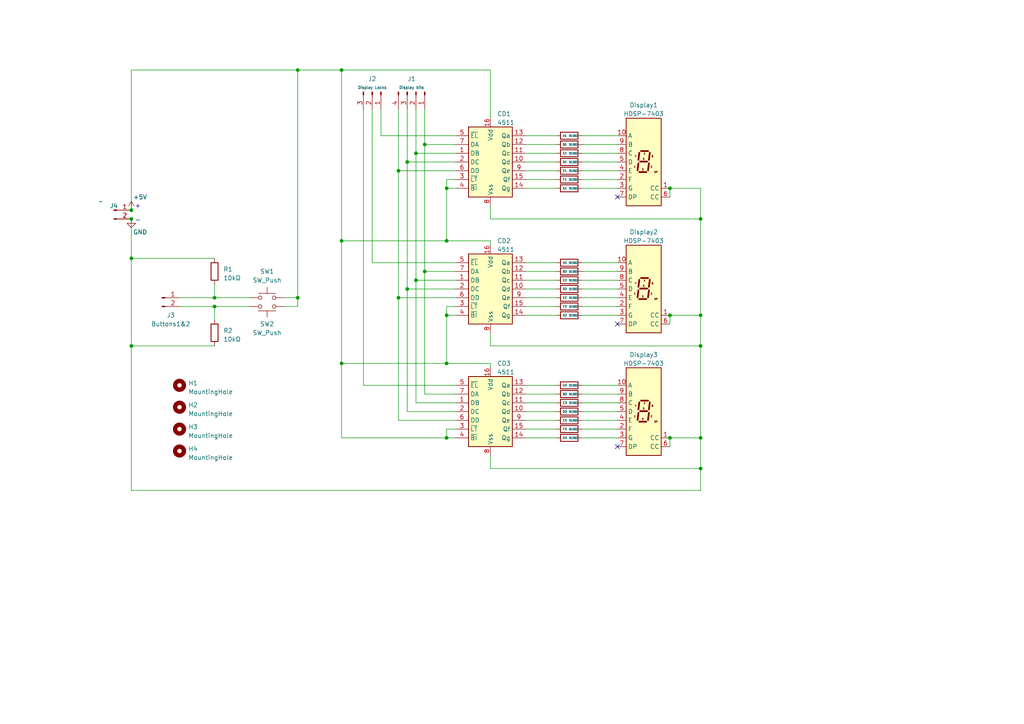
<source format=kicad_sch>
(kicad_sch (version 20230121) (generator eeschema)

  (uuid 992eb45f-8afc-4aa7-8ce8-3947a3af243c)

  (paper "A4")

  (lib_symbols
    (symbol "4xxx_IEEE:4511" (in_bom yes) (on_board yes)
      (property "Reference" "U" (at 8.89 11.43 0)
        (effects (font (size 1.27 1.27)))
      )
      (property "Value" "4511" (at 8.89 -11.43 0)
        (effects (font (size 1.27 1.27)))
      )
      (property "Footprint" "" (at 0 0 0)
        (effects (font (size 1.27 1.27)) hide)
      )
      (property "Datasheet" "" (at 0 0 0)
        (effects (font (size 1.27 1.27)) hide)
      )
      (symbol "4511_0_1"
        (rectangle (start -6.35 10.16) (end 6.35 -10.16)
          (stroke (width 0.254) (type default))
          (fill (type background))
        )
      )
      (symbol "4511_1_1"
        (pin input line (at -10.16 2.54 0) (length 3.81)
          (name "DB" (effects (font (size 1.27 1.27))))
          (number "1" (effects (font (size 1.27 1.27))))
        )
        (pin output line (at 10.16 0 180) (length 3.81)
          (name "Qd" (effects (font (size 1.27 1.27))))
          (number "10" (effects (font (size 1.27 1.27))))
        )
        (pin output line (at 10.16 2.54 180) (length 3.81)
          (name "Qc" (effects (font (size 1.27 1.27))))
          (number "11" (effects (font (size 1.27 1.27))))
        )
        (pin output line (at 10.16 5.08 180) (length 3.81)
          (name "Qb" (effects (font (size 1.27 1.27))))
          (number "12" (effects (font (size 1.27 1.27))))
        )
        (pin output line (at 10.16 7.62 180) (length 3.81)
          (name "Qa" (effects (font (size 1.27 1.27))))
          (number "13" (effects (font (size 1.27 1.27))))
        )
        (pin output line (at 10.16 -7.62 180) (length 3.81)
          (name "Qg" (effects (font (size 1.27 1.27))))
          (number "14" (effects (font (size 1.27 1.27))))
        )
        (pin output line (at 10.16 -5.08 180) (length 3.81)
          (name "Qf" (effects (font (size 1.27 1.27))))
          (number "15" (effects (font (size 1.27 1.27))))
        )
        (pin power_in line (at 0 12.7 270) (length 2.54)
          (name "Vdd" (effects (font (size 1.27 1.27))))
          (number "16" (effects (font (size 1.27 1.27))))
        )
        (pin input line (at -10.16 0 0) (length 3.81)
          (name "DC" (effects (font (size 1.27 1.27))))
          (number "2" (effects (font (size 1.27 1.27))))
        )
        (pin input line (at -10.16 -5.08 0) (length 3.81)
          (name "~{LT}" (effects (font (size 1.27 1.27))))
          (number "3" (effects (font (size 1.27 1.27))))
        )
        (pin input line (at -10.16 -7.62 0) (length 3.81)
          (name "~{BI}" (effects (font (size 1.27 1.27))))
          (number "4" (effects (font (size 1.27 1.27))))
        )
        (pin input line (at -10.16 7.62 0) (length 3.81)
          (name "~{EL}" (effects (font (size 1.27 1.27))))
          (number "5" (effects (font (size 1.27 1.27))))
        )
        (pin input line (at -10.16 -2.54 0) (length 3.81)
          (name "DD" (effects (font (size 1.27 1.27))))
          (number "6" (effects (font (size 1.27 1.27))))
        )
        (pin input line (at -10.16 5.08 0) (length 3.81)
          (name "DA" (effects (font (size 1.27 1.27))))
          (number "7" (effects (font (size 1.27 1.27))))
        )
        (pin power_in line (at 0 -12.7 90) (length 2.54)
          (name "Vss" (effects (font (size 1.27 1.27))))
          (number "8" (effects (font (size 1.27 1.27))))
        )
        (pin output line (at 10.16 -2.54 180) (length 3.81)
          (name "Qe" (effects (font (size 1.27 1.27))))
          (number "9" (effects (font (size 1.27 1.27))))
        )
      )
    )
    (symbol "Connector:Conn_01x02_Pin" (pin_names (offset 1.016) hide) (in_bom yes) (on_board yes)
      (property "Reference" "J" (at 0 2.54 0)
        (effects (font (size 1.27 1.27)))
      )
      (property "Value" "Conn_01x02_Pin" (at 0 -5.08 0)
        (effects (font (size 1.27 1.27)))
      )
      (property "Footprint" "" (at 0 0 0)
        (effects (font (size 1.27 1.27)) hide)
      )
      (property "Datasheet" "~" (at 0 0 0)
        (effects (font (size 1.27 1.27)) hide)
      )
      (property "ki_locked" "" (at 0 0 0)
        (effects (font (size 1.27 1.27)))
      )
      (property "ki_keywords" "connector" (at 0 0 0)
        (effects (font (size 1.27 1.27)) hide)
      )
      (property "ki_description" "Generic connector, single row, 01x02, script generated" (at 0 0 0)
        (effects (font (size 1.27 1.27)) hide)
      )
      (property "ki_fp_filters" "Connector*:*_1x??_*" (at 0 0 0)
        (effects (font (size 1.27 1.27)) hide)
      )
      (symbol "Conn_01x02_Pin_1_1"
        (polyline
          (pts
            (xy 1.27 -2.54)
            (xy 0.8636 -2.54)
          )
          (stroke (width 0.1524) (type default))
          (fill (type none))
        )
        (polyline
          (pts
            (xy 1.27 0)
            (xy 0.8636 0)
          )
          (stroke (width 0.1524) (type default))
          (fill (type none))
        )
        (rectangle (start 0.8636 -2.413) (end 0 -2.667)
          (stroke (width 0.1524) (type default))
          (fill (type outline))
        )
        (rectangle (start 0.8636 0.127) (end 0 -0.127)
          (stroke (width 0.1524) (type default))
          (fill (type outline))
        )
        (pin passive line (at 5.08 0 180) (length 3.81)
          (name "Pin_1" (effects (font (size 1.27 1.27))))
          (number "1" (effects (font (size 1.27 1.27))))
        )
        (pin passive line (at 5.08 -2.54 180) (length 3.81)
          (name "Pin_2" (effects (font (size 1.27 1.27))))
          (number "2" (effects (font (size 1.27 1.27))))
        )
      )
    )
    (symbol "Connector:Conn_01x03_Pin" (pin_names (offset 1.016) hide) (in_bom yes) (on_board yes)
      (property "Reference" "J" (at 0 5.08 0)
        (effects (font (size 1.27 1.27)))
      )
      (property "Value" "Conn_01x03_Pin" (at 0 -5.08 0)
        (effects (font (size 1.27 1.27)))
      )
      (property "Footprint" "" (at 0 0 0)
        (effects (font (size 1.27 1.27)) hide)
      )
      (property "Datasheet" "~" (at 0 0 0)
        (effects (font (size 1.27 1.27)) hide)
      )
      (property "ki_locked" "" (at 0 0 0)
        (effects (font (size 1.27 1.27)))
      )
      (property "ki_keywords" "connector" (at 0 0 0)
        (effects (font (size 1.27 1.27)) hide)
      )
      (property "ki_description" "Generic connector, single row, 01x03, script generated" (at 0 0 0)
        (effects (font (size 1.27 1.27)) hide)
      )
      (property "ki_fp_filters" "Connector*:*_1x??_*" (at 0 0 0)
        (effects (font (size 1.27 1.27)) hide)
      )
      (symbol "Conn_01x03_Pin_1_1"
        (polyline
          (pts
            (xy 1.27 -2.54)
            (xy 0.8636 -2.54)
          )
          (stroke (width 0.1524) (type default))
          (fill (type none))
        )
        (polyline
          (pts
            (xy 1.27 0)
            (xy 0.8636 0)
          )
          (stroke (width 0.1524) (type default))
          (fill (type none))
        )
        (polyline
          (pts
            (xy 1.27 2.54)
            (xy 0.8636 2.54)
          )
          (stroke (width 0.1524) (type default))
          (fill (type none))
        )
        (rectangle (start 0.8636 -2.413) (end 0 -2.667)
          (stroke (width 0.1524) (type default))
          (fill (type outline))
        )
        (rectangle (start 0.8636 0.127) (end 0 -0.127)
          (stroke (width 0.1524) (type default))
          (fill (type outline))
        )
        (rectangle (start 0.8636 2.667) (end 0 2.413)
          (stroke (width 0.1524) (type default))
          (fill (type outline))
        )
        (pin passive line (at 5.08 2.54 180) (length 3.81)
          (name "Pin_1" (effects (font (size 1.27 1.27))))
          (number "1" (effects (font (size 1.27 1.27))))
        )
        (pin passive line (at 5.08 0 180) (length 3.81)
          (name "Pin_2" (effects (font (size 1.27 1.27))))
          (number "2" (effects (font (size 1.27 1.27))))
        )
        (pin passive line (at 5.08 -2.54 180) (length 3.81)
          (name "Pin_3" (effects (font (size 1.27 1.27))))
          (number "3" (effects (font (size 1.27 1.27))))
        )
      )
    )
    (symbol "Connector:Conn_01x04_Pin" (pin_names (offset 1.016) hide) (in_bom yes) (on_board yes)
      (property "Reference" "J" (at 0 5.08 0)
        (effects (font (size 1.27 1.27)))
      )
      (property "Value" "Conn_01x04_Pin" (at 0 -7.62 0)
        (effects (font (size 1.27 1.27)))
      )
      (property "Footprint" "" (at 0 0 0)
        (effects (font (size 1.27 1.27)) hide)
      )
      (property "Datasheet" "~" (at 0 0 0)
        (effects (font (size 1.27 1.27)) hide)
      )
      (property "ki_locked" "" (at 0 0 0)
        (effects (font (size 1.27 1.27)))
      )
      (property "ki_keywords" "connector" (at 0 0 0)
        (effects (font (size 1.27 1.27)) hide)
      )
      (property "ki_description" "Generic connector, single row, 01x04, script generated" (at 0 0 0)
        (effects (font (size 1.27 1.27)) hide)
      )
      (property "ki_fp_filters" "Connector*:*_1x??_*" (at 0 0 0)
        (effects (font (size 1.27 1.27)) hide)
      )
      (symbol "Conn_01x04_Pin_1_1"
        (polyline
          (pts
            (xy 1.27 -5.08)
            (xy 0.8636 -5.08)
          )
          (stroke (width 0.1524) (type default))
          (fill (type none))
        )
        (polyline
          (pts
            (xy 1.27 -2.54)
            (xy 0.8636 -2.54)
          )
          (stroke (width 0.1524) (type default))
          (fill (type none))
        )
        (polyline
          (pts
            (xy 1.27 0)
            (xy 0.8636 0)
          )
          (stroke (width 0.1524) (type default))
          (fill (type none))
        )
        (polyline
          (pts
            (xy 1.27 2.54)
            (xy 0.8636 2.54)
          )
          (stroke (width 0.1524) (type default))
          (fill (type none))
        )
        (rectangle (start 0.8636 -4.953) (end 0 -5.207)
          (stroke (width 0.1524) (type default))
          (fill (type outline))
        )
        (rectangle (start 0.8636 -2.413) (end 0 -2.667)
          (stroke (width 0.1524) (type default))
          (fill (type outline))
        )
        (rectangle (start 0.8636 0.127) (end 0 -0.127)
          (stroke (width 0.1524) (type default))
          (fill (type outline))
        )
        (rectangle (start 0.8636 2.667) (end 0 2.413)
          (stroke (width 0.1524) (type default))
          (fill (type outline))
        )
        (pin passive line (at 5.08 2.54 180) (length 3.81)
          (name "Pin_1" (effects (font (size 1.27 1.27))))
          (number "1" (effects (font (size 1.27 1.27))))
        )
        (pin passive line (at 5.08 0 180) (length 3.81)
          (name "Pin_2" (effects (font (size 1.27 1.27))))
          (number "2" (effects (font (size 1.27 1.27))))
        )
        (pin passive line (at 5.08 -2.54 180) (length 3.81)
          (name "Pin_3" (effects (font (size 1.27 1.27))))
          (number "3" (effects (font (size 1.27 1.27))))
        )
        (pin passive line (at 5.08 -5.08 180) (length 3.81)
          (name "Pin_4" (effects (font (size 1.27 1.27))))
          (number "4" (effects (font (size 1.27 1.27))))
        )
      )
    )
    (symbol "Device:R" (pin_numbers hide) (pin_names (offset 0)) (in_bom yes) (on_board yes)
      (property "Reference" "R" (at 2.032 0 90)
        (effects (font (size 1.27 1.27)))
      )
      (property "Value" "R" (at 0 0 90)
        (effects (font (size 1.27 1.27)))
      )
      (property "Footprint" "" (at -1.778 0 90)
        (effects (font (size 1.27 1.27)) hide)
      )
      (property "Datasheet" "~" (at 0 0 0)
        (effects (font (size 1.27 1.27)) hide)
      )
      (property "ki_keywords" "R res resistor" (at 0 0 0)
        (effects (font (size 1.27 1.27)) hide)
      )
      (property "ki_description" "Resistor" (at 0 0 0)
        (effects (font (size 1.27 1.27)) hide)
      )
      (property "ki_fp_filters" "R_*" (at 0 0 0)
        (effects (font (size 1.27 1.27)) hide)
      )
      (symbol "R_0_1"
        (rectangle (start -1.016 -2.54) (end 1.016 2.54)
          (stroke (width 0.254) (type default))
          (fill (type none))
        )
      )
      (symbol "R_1_1"
        (pin passive line (at 0 3.81 270) (length 1.27)
          (name "~" (effects (font (size 1.27 1.27))))
          (number "1" (effects (font (size 1.27 1.27))))
        )
        (pin passive line (at 0 -3.81 90) (length 1.27)
          (name "~" (effects (font (size 1.27 1.27))))
          (number "2" (effects (font (size 1.27 1.27))))
        )
      )
    )
    (symbol "Display_Character:HDSP-7403" (in_bom yes) (on_board yes)
      (property "Reference" "U" (at -3.81 13.97 0)
        (effects (font (size 1.27 1.27)))
      )
      (property "Value" "HDSP-7403" (at 6.35 13.97 0)
        (effects (font (size 1.27 1.27)))
      )
      (property "Footprint" "Display_7Segment:HDSP-7401" (at 0 -13.97 0)
        (effects (font (size 1.27 1.27)) hide)
      )
      (property "Datasheet" "https://docs.broadcom.com/docs/AV02-2553EN" (at 0 0 0)
        (effects (font (size 1.27 1.27)) hide)
      )
      (property "ki_keywords" "display LED 7-segment" (at 0 0 0)
        (effects (font (size 1.27 1.27)) hide)
      )
      (property "ki_description" "One digit 7 segment yellow, common cathode" (at 0 0 0)
        (effects (font (size 1.27 1.27)) hide)
      )
      (property "ki_fp_filters" "HDSP?7401*" (at 0 0 0)
        (effects (font (size 1.27 1.27)) hide)
      )
      (symbol "HDSP-7403_1_0"
        (text "A" (at 0.254 2.413 0)
          (effects (font (size 0.508 0.508)))
        )
        (text "B" (at 2.54 1.651 0)
          (effects (font (size 0.508 0.508)))
        )
        (text "C" (at 2.286 -1.397 0)
          (effects (font (size 0.508 0.508)))
        )
        (text "D" (at -0.254 -2.159 0)
          (effects (font (size 0.508 0.508)))
        )
        (text "DP" (at 3.556 -2.921 0)
          (effects (font (size 0.508 0.508)))
        )
        (text "E" (at -2.54 -1.397 0)
          (effects (font (size 0.508 0.508)))
        )
        (text "F" (at -2.286 1.651 0)
          (effects (font (size 0.508 0.508)))
        )
        (text "G" (at 0 0.889 0)
          (effects (font (size 0.508 0.508)))
        )
      )
      (symbol "HDSP-7403_1_1"
        (rectangle (start -5.08 12.7) (end 5.08 -12.7)
          (stroke (width 0.254) (type default))
          (fill (type background))
        )
        (polyline
          (pts
            (xy -1.524 -0.381)
            (xy -1.778 -2.413)
          )
          (stroke (width 0.508) (type default))
          (fill (type none))
        )
        (polyline
          (pts
            (xy -1.27 -2.921)
            (xy 0.762 -2.921)
          )
          (stroke (width 0.508) (type default))
          (fill (type none))
        )
        (polyline
          (pts
            (xy -1.27 2.667)
            (xy -1.524 0.635)
          )
          (stroke (width 0.508) (type default))
          (fill (type none))
        )
        (polyline
          (pts
            (xy -1.016 0.127)
            (xy 1.016 0.127)
          )
          (stroke (width 0.508) (type default))
          (fill (type none))
        )
        (polyline
          (pts
            (xy -0.762 3.175)
            (xy 1.27 3.175)
          )
          (stroke (width 0.508) (type default))
          (fill (type none))
        )
        (polyline
          (pts
            (xy 1.524 -0.381)
            (xy 1.27 -2.413)
          )
          (stroke (width 0.508) (type default))
          (fill (type none))
        )
        (polyline
          (pts
            (xy 1.778 2.667)
            (xy 1.524 0.635)
          )
          (stroke (width 0.508) (type default))
          (fill (type none))
        )
        (polyline
          (pts
            (xy 2.54 -2.921)
            (xy 2.54 -2.921)
          )
          (stroke (width 0.508) (type default))
          (fill (type none))
        )
        (pin input line (at 7.62 -7.62 180) (length 2.54)
          (name "CC" (effects (font (size 1.27 1.27))))
          (number "1" (effects (font (size 1.27 1.27))))
        )
        (pin input line (at -7.62 7.62 0) (length 2.54)
          (name "A" (effects (font (size 1.27 1.27))))
          (number "10" (effects (font (size 1.27 1.27))))
        )
        (pin input line (at -7.62 -5.08 0) (length 2.54)
          (name "F" (effects (font (size 1.27 1.27))))
          (number "2" (effects (font (size 1.27 1.27))))
        )
        (pin input line (at -7.62 -7.62 0) (length 2.54)
          (name "G" (effects (font (size 1.27 1.27))))
          (number "3" (effects (font (size 1.27 1.27))))
        )
        (pin input line (at -7.62 -2.54 0) (length 2.54)
          (name "E" (effects (font (size 1.27 1.27))))
          (number "4" (effects (font (size 1.27 1.27))))
        )
        (pin input line (at -7.62 0 0) (length 2.54)
          (name "D" (effects (font (size 1.27 1.27))))
          (number "5" (effects (font (size 1.27 1.27))))
        )
        (pin input line (at 7.62 -10.16 180) (length 2.54)
          (name "CC" (effects (font (size 1.27 1.27))))
          (number "6" (effects (font (size 1.27 1.27))))
        )
        (pin input line (at -7.62 -10.16 0) (length 2.54)
          (name "DP" (effects (font (size 1.27 1.27))))
          (number "7" (effects (font (size 1.27 1.27))))
        )
        (pin input line (at -7.62 2.54 0) (length 2.54)
          (name "C" (effects (font (size 1.27 1.27))))
          (number "8" (effects (font (size 1.27 1.27))))
        )
        (pin input line (at -7.62 5.08 0) (length 2.54)
          (name "B" (effects (font (size 1.27 1.27))))
          (number "9" (effects (font (size 1.27 1.27))))
        )
      )
    )
    (symbol "Mechanical:MountingHole" (pin_names (offset 1.016)) (in_bom yes) (on_board yes)
      (property "Reference" "H" (at 0 5.08 0)
        (effects (font (size 1.27 1.27)))
      )
      (property "Value" "MountingHole" (at 0 3.175 0)
        (effects (font (size 1.27 1.27)))
      )
      (property "Footprint" "" (at 0 0 0)
        (effects (font (size 1.27 1.27)) hide)
      )
      (property "Datasheet" "~" (at 0 0 0)
        (effects (font (size 1.27 1.27)) hide)
      )
      (property "ki_keywords" "mounting hole" (at 0 0 0)
        (effects (font (size 1.27 1.27)) hide)
      )
      (property "ki_description" "Mounting Hole without connection" (at 0 0 0)
        (effects (font (size 1.27 1.27)) hide)
      )
      (property "ki_fp_filters" "MountingHole*" (at 0 0 0)
        (effects (font (size 1.27 1.27)) hide)
      )
      (symbol "MountingHole_0_1"
        (circle (center 0 0) (radius 1.27)
          (stroke (width 1.27) (type default))
          (fill (type none))
        )
      )
    )
    (symbol "Switch:SW_Push" (pin_numbers hide) (pin_names (offset 1.016) hide) (in_bom yes) (on_board yes)
      (property "Reference" "SW" (at 1.27 2.54 0)
        (effects (font (size 1.27 1.27)) (justify left))
      )
      (property "Value" "SW_Push" (at 0 -1.524 0)
        (effects (font (size 1.27 1.27)))
      )
      (property "Footprint" "" (at 0 5.08 0)
        (effects (font (size 1.27 1.27)) hide)
      )
      (property "Datasheet" "~" (at 0 5.08 0)
        (effects (font (size 1.27 1.27)) hide)
      )
      (property "ki_keywords" "switch normally-open pushbutton push-button" (at 0 0 0)
        (effects (font (size 1.27 1.27)) hide)
      )
      (property "ki_description" "Push button switch, generic, two pins" (at 0 0 0)
        (effects (font (size 1.27 1.27)) hide)
      )
      (symbol "SW_Push_0_1"
        (circle (center -2.032 0) (radius 0.508)
          (stroke (width 0) (type default))
          (fill (type none))
        )
        (polyline
          (pts
            (xy 0 1.27)
            (xy 0 3.048)
          )
          (stroke (width 0) (type default))
          (fill (type none))
        )
        (polyline
          (pts
            (xy 2.54 1.27)
            (xy -2.54 1.27)
          )
          (stroke (width 0) (type default))
          (fill (type none))
        )
        (circle (center 2.032 0) (radius 0.508)
          (stroke (width 0) (type default))
          (fill (type none))
        )
        (pin passive line (at -5.08 0 0) (length 2.54)
          (name "1" (effects (font (size 1.27 1.27))))
          (number "1" (effects (font (size 1.27 1.27))))
        )
        (pin passive line (at 5.08 0 180) (length 2.54)
          (name "2" (effects (font (size 1.27 1.27))))
          (number "2" (effects (font (size 1.27 1.27))))
        )
      )
    )
    (symbol "power:+5V" (power) (pin_names (offset 0)) (in_bom yes) (on_board yes)
      (property "Reference" "#PWR" (at 0 -3.81 0)
        (effects (font (size 1.27 1.27)) hide)
      )
      (property "Value" "+5V" (at 0 3.556 0)
        (effects (font (size 1.27 1.27)))
      )
      (property "Footprint" "" (at 0 0 0)
        (effects (font (size 1.27 1.27)) hide)
      )
      (property "Datasheet" "" (at 0 0 0)
        (effects (font (size 1.27 1.27)) hide)
      )
      (property "ki_keywords" "global power" (at 0 0 0)
        (effects (font (size 1.27 1.27)) hide)
      )
      (property "ki_description" "Power symbol creates a global label with name \"+5V\"" (at 0 0 0)
        (effects (font (size 1.27 1.27)) hide)
      )
      (symbol "+5V_0_1"
        (polyline
          (pts
            (xy -0.762 1.27)
            (xy 0 2.54)
          )
          (stroke (width 0) (type default))
          (fill (type none))
        )
        (polyline
          (pts
            (xy 0 0)
            (xy 0 2.54)
          )
          (stroke (width 0) (type default))
          (fill (type none))
        )
        (polyline
          (pts
            (xy 0 2.54)
            (xy 0.762 1.27)
          )
          (stroke (width 0) (type default))
          (fill (type none))
        )
      )
      (symbol "+5V_1_1"
        (pin power_in line (at 0 0 90) (length 0) hide
          (name "+5V" (effects (font (size 1.27 1.27))))
          (number "1" (effects (font (size 1.27 1.27))))
        )
      )
    )
    (symbol "power:GND" (power) (pin_names (offset 0)) (in_bom yes) (on_board yes)
      (property "Reference" "#PWR" (at 0 -6.35 0)
        (effects (font (size 1.27 1.27)) hide)
      )
      (property "Value" "GND" (at 0 -3.81 0)
        (effects (font (size 1.27 1.27)))
      )
      (property "Footprint" "" (at 0 0 0)
        (effects (font (size 1.27 1.27)) hide)
      )
      (property "Datasheet" "" (at 0 0 0)
        (effects (font (size 1.27 1.27)) hide)
      )
      (property "ki_keywords" "global power" (at 0 0 0)
        (effects (font (size 1.27 1.27)) hide)
      )
      (property "ki_description" "Power symbol creates a global label with name \"GND\" , ground" (at 0 0 0)
        (effects (font (size 1.27 1.27)) hide)
      )
      (symbol "GND_0_1"
        (polyline
          (pts
            (xy 0 0)
            (xy 0 -1.27)
            (xy 1.27 -1.27)
            (xy 0 -2.54)
            (xy -1.27 -1.27)
            (xy 0 -1.27)
          )
          (stroke (width 0) (type default))
          (fill (type none))
        )
      )
      (symbol "GND_1_1"
        (pin power_in line (at 0 0 270) (length 0) hide
          (name "GND" (effects (font (size 1.27 1.27))))
          (number "1" (effects (font (size 1.27 1.27))))
        )
      )
    )
  )

  (junction (at 203.2 127) (diameter 0) (color 0 0 0 0)
    (uuid 0761a004-4ac3-4e64-a130-5b8a0993556c)
  )
  (junction (at 129.54 105.41) (diameter 0) (color 0 0 0 0)
    (uuid 0e5e73e7-2cf0-428e-bb59-5569b2ffdd35)
  )
  (junction (at 120.65 44.45) (diameter 0) (color 0 0 0 0)
    (uuid 11adf2b5-2356-4420-b3e8-88eb9c110f7f)
  )
  (junction (at 115.57 49.53) (diameter 0) (color 0 0 0 0)
    (uuid 22ae933f-089e-4aab-a7bf-7f68f7819d6a)
  )
  (junction (at 62.23 86.36) (diameter 0) (color 0 0 0 0)
    (uuid 2ce2dbdc-600d-4268-a97e-7adfaf7975eb)
  )
  (junction (at 38.1 100.33) (diameter 0) (color 0 0 0 0)
    (uuid 3d048550-b0f8-42c1-9abe-2cd0e6dcbfce)
  )
  (junction (at 38.1 74.93) (diameter 0) (color 0 0 0 0)
    (uuid 4c1da791-fa76-45cf-8632-b912c914c4a9)
  )
  (junction (at 203.2 135.89) (diameter 0) (color 0 0 0 0)
    (uuid 54c481c6-99e8-4f82-94bb-654d7d34374c)
  )
  (junction (at 194.31 91.44) (diameter 0) (color 0 0 0 0)
    (uuid 58efc108-dc39-4ee1-81ab-4baf6b602bd6)
  )
  (junction (at 203.2 63.5) (diameter 0) (color 0 0 0 0)
    (uuid 612b367d-8c5e-4953-b2dc-5878ea472915)
  )
  (junction (at 118.11 83.82) (diameter 0) (color 0 0 0 0)
    (uuid 63859706-d871-47f8-8d68-3340fec54dfa)
  )
  (junction (at 38.1 60.96) (diameter 0) (color 0 0 0 0)
    (uuid 6498f3d3-bd27-472e-b2ad-9f015ccc4181)
  )
  (junction (at 129.54 127) (diameter 0) (color 0 0 0 0)
    (uuid 7163a1fa-3421-4db3-861a-d9b4783fed5b)
  )
  (junction (at 194.31 54.61) (diameter 0) (color 0 0 0 0)
    (uuid 7786edbf-056c-4b1e-89e8-2b32837607af)
  )
  (junction (at 194.31 127) (diameter 0) (color 0 0 0 0)
    (uuid 822e2a6b-05e4-4276-a38c-fdc799eb0a61)
  )
  (junction (at 120.65 81.28) (diameter 0) (color 0 0 0 0)
    (uuid 85ba955c-09cf-4301-9c68-dd5c082db7c9)
  )
  (junction (at 99.06 105.41) (diameter 0) (color 0 0 0 0)
    (uuid 8fba774b-fcfa-490d-bdad-ce3aa588cea9)
  )
  (junction (at 203.2 91.44) (diameter 0) (color 0 0 0 0)
    (uuid 93201926-7e1e-461f-838c-3664e0ce9e87)
  )
  (junction (at 86.36 86.36) (diameter 0) (color 0 0 0 0)
    (uuid 9c4a45b5-8a39-4a79-be3e-d90da64f53d5)
  )
  (junction (at 86.36 20.32) (diameter 0) (color 0 0 0 0)
    (uuid 9dff959c-0836-40c1-b019-d28e264ddc55)
  )
  (junction (at 62.23 88.9) (diameter 0) (color 0 0 0 0)
    (uuid a523604e-6e5b-4fe7-9d4a-3c3fdcdd7751)
  )
  (junction (at 129.54 69.85) (diameter 0) (color 0 0 0 0)
    (uuid aab6d0b5-3734-4e6d-94e7-55a99fb7e9f9)
  )
  (junction (at 99.06 69.85) (diameter 0) (color 0 0 0 0)
    (uuid abf59aeb-d2c4-46b1-9d6f-e09e3854fc4d)
  )
  (junction (at 118.11 46.99) (diameter 0) (color 0 0 0 0)
    (uuid af70cac8-c4e6-4b79-b6ea-d7187d16ec79)
  )
  (junction (at 123.19 78.74) (diameter 0) (color 0 0 0 0)
    (uuid c010b312-cde4-430a-86b8-679ee116a12c)
  )
  (junction (at 129.54 54.61) (diameter 0) (color 0 0 0 0)
    (uuid c1bb65cf-bb48-4838-a497-536e8a030a41)
  )
  (junction (at 123.19 41.91) (diameter 0) (color 0 0 0 0)
    (uuid c57730e3-4d14-443c-bd8b-258b7ae73790)
  )
  (junction (at 38.1 63.5) (diameter 0) (color 0 0 0 0)
    (uuid c8385c09-c382-4405-9edb-f032d9d782ed)
  )
  (junction (at 115.57 86.36) (diameter 0) (color 0 0 0 0)
    (uuid d1176cdc-962f-470b-b95c-37365177fd39)
  )
  (junction (at 99.06 20.32) (diameter 0) (color 0 0 0 0)
    (uuid e58e6e07-4344-42a5-8318-0efba29a0449)
  )
  (junction (at 203.2 100.33) (diameter 0) (color 0 0 0 0)
    (uuid f3ef8888-b2a3-48da-9e61-cbe0fe154f72)
  )
  (junction (at 129.54 91.44) (diameter 0) (color 0 0 0 0)
    (uuid f5159bf6-0f86-4141-9de6-48cb18c8e303)
  )

  (no_connect (at 179.07 129.54) (uuid 1ce32943-9289-4500-becd-cbf8f5803654))
  (no_connect (at 179.07 93.98) (uuid c8ec030d-c5dd-4739-8cf2-c785ff760ed5))
  (no_connect (at 179.07 57.15) (uuid f9da2ac1-a974-43ef-a3ba-f89a27513c1c))

  (wire (pts (xy 120.65 81.28) (xy 132.08 81.28))
    (stroke (width 0) (type default))
    (uuid 0059dbe7-4a3b-4a86-aee2-40995823b336)
  )
  (wire (pts (xy 38.1 60.96) (xy 38.1 20.32))
    (stroke (width 0) (type default))
    (uuid 059d282c-6f3f-4ad6-b943-45e1e4f5efbc)
  )
  (wire (pts (xy 152.4 91.44) (xy 161.29 91.44))
    (stroke (width 0) (type default))
    (uuid 05ff6c09-778d-4dea-aab0-68d3736b3b7f)
  )
  (wire (pts (xy 168.91 54.61) (xy 179.07 54.61))
    (stroke (width 0) (type default))
    (uuid 08a8eef7-cd8f-485c-a3a5-5e1c01a9698a)
  )
  (wire (pts (xy 132.08 54.61) (xy 129.54 54.61))
    (stroke (width 0) (type default))
    (uuid 09eff8e3-2d17-444f-84ae-506503d537c8)
  )
  (wire (pts (xy 99.06 127) (xy 99.06 105.41))
    (stroke (width 0) (type default))
    (uuid 0a925f2b-02cd-48c5-88e9-b69d1c107e76)
  )
  (wire (pts (xy 105.41 31.75) (xy 105.41 111.76))
    (stroke (width 0) (type default))
    (uuid 0b26f50f-1ff4-4de7-9d9b-a75e395c7923)
  )
  (wire (pts (xy 86.36 88.9) (xy 86.36 86.36))
    (stroke (width 0) (type default))
    (uuid 0da7dd9f-1d93-4ccd-bc40-50a5975eb9b2)
  )
  (wire (pts (xy 168.91 78.74) (xy 179.07 78.74))
    (stroke (width 0) (type default))
    (uuid 0f9092b2-1e86-45ab-9ce0-deaf8d8d2b0d)
  )
  (wire (pts (xy 38.1 20.32) (xy 86.36 20.32))
    (stroke (width 0) (type default))
    (uuid 13ddf848-60e7-46dd-a5dd-2d4bb107362e)
  )
  (wire (pts (xy 99.06 20.32) (xy 99.06 69.85))
    (stroke (width 0) (type default))
    (uuid 145f76c4-df30-462c-87b8-c26fd350638f)
  )
  (wire (pts (xy 86.36 20.32) (xy 86.36 86.36))
    (stroke (width 0) (type default))
    (uuid 1641bb80-92c9-4c15-843a-5b121bc486bc)
  )
  (wire (pts (xy 118.11 119.38) (xy 132.08 119.38))
    (stroke (width 0) (type default))
    (uuid 1ec40bba-0d1a-454b-8fba-a494ac9cde1d)
  )
  (wire (pts (xy 152.4 44.45) (xy 161.29 44.45))
    (stroke (width 0) (type default))
    (uuid 1ede06b4-48cb-4600-8cf2-e3551153ce8e)
  )
  (wire (pts (xy 129.54 88.9) (xy 132.08 88.9))
    (stroke (width 0) (type default))
    (uuid 1f69228e-a202-4aa6-914e-4c7146859170)
  )
  (wire (pts (xy 152.4 88.9) (xy 161.29 88.9))
    (stroke (width 0) (type default))
    (uuid 1faaf284-29fd-4b4e-9c74-94505a596895)
  )
  (wire (pts (xy 38.1 100.33) (xy 38.1 142.24))
    (stroke (width 0) (type default))
    (uuid 23bab385-f944-40f4-8ff3-92c59dd9318b)
  )
  (wire (pts (xy 62.23 88.9) (xy 62.23 92.71))
    (stroke (width 0) (type default))
    (uuid 252706bd-9b0b-458f-9870-cf00cab4cb70)
  )
  (wire (pts (xy 107.95 31.75) (xy 107.95 76.2))
    (stroke (width 0) (type default))
    (uuid 272bce3d-8684-4f62-8ef0-b031927c54f0)
  )
  (wire (pts (xy 194.31 127) (xy 194.31 129.54))
    (stroke (width 0) (type default))
    (uuid 2a72e21d-a946-4b0f-b410-3f01d99df1b9)
  )
  (wire (pts (xy 142.24 71.12) (xy 142.24 69.85))
    (stroke (width 0) (type default))
    (uuid 2a7902b9-b6dc-4ce7-bdb9-43cfe5675a7f)
  )
  (wire (pts (xy 123.19 78.74) (xy 123.19 114.3))
    (stroke (width 0) (type default))
    (uuid 2cf6838b-7686-4f6c-b754-fb470f3e8bf1)
  )
  (wire (pts (xy 152.4 86.36) (xy 161.29 86.36))
    (stroke (width 0) (type default))
    (uuid 2f8822fc-60c5-437c-94c9-846e0117caca)
  )
  (wire (pts (xy 152.4 121.92) (xy 161.29 121.92))
    (stroke (width 0) (type default))
    (uuid 30ced72e-925d-46d1-a076-71f7733a0593)
  )
  (wire (pts (xy 118.11 31.75) (xy 118.11 46.99))
    (stroke (width 0) (type default))
    (uuid 3524bf15-9b71-4020-be1a-7aa4f9a98f87)
  )
  (wire (pts (xy 168.91 114.3) (xy 179.07 114.3))
    (stroke (width 0) (type default))
    (uuid 37d5e859-b6e4-4f41-bb54-7527ed65e3e5)
  )
  (wire (pts (xy 38.1 63.5) (xy 38.1 74.93))
    (stroke (width 0) (type default))
    (uuid 38281111-4231-4b0b-b16c-8a0f7fa2fd5b)
  )
  (wire (pts (xy 129.54 124.46) (xy 129.54 127))
    (stroke (width 0) (type default))
    (uuid 3be7412a-968c-48dc-b873-47a6a846b863)
  )
  (wire (pts (xy 168.91 49.53) (xy 179.07 49.53))
    (stroke (width 0) (type default))
    (uuid 3be903a6-9215-4287-ab14-376bc80bb3ab)
  )
  (wire (pts (xy 203.2 54.61) (xy 203.2 63.5))
    (stroke (width 0) (type default))
    (uuid 3de84446-3949-4171-a9ae-21c39fe597ea)
  )
  (wire (pts (xy 62.23 86.36) (xy 72.39 86.36))
    (stroke (width 0) (type default))
    (uuid 3fcb1cde-33c1-4f94-a577-077f11c0432c)
  )
  (wire (pts (xy 120.65 116.84) (xy 132.08 116.84))
    (stroke (width 0) (type default))
    (uuid 40c51d07-3574-43a1-921f-c214a806f192)
  )
  (wire (pts (xy 142.24 63.5) (xy 203.2 63.5))
    (stroke (width 0) (type default))
    (uuid 42f669b0-123d-4413-85ca-61127c7b1d30)
  )
  (wire (pts (xy 168.91 81.28) (xy 179.07 81.28))
    (stroke (width 0) (type default))
    (uuid 4327e04a-1a87-4d02-b652-538c7af006a4)
  )
  (wire (pts (xy 194.31 54.61) (xy 203.2 54.61))
    (stroke (width 0) (type default))
    (uuid 44161907-0f01-4efc-9708-a204fbd4a1ed)
  )
  (wire (pts (xy 118.11 46.99) (xy 118.11 83.82))
    (stroke (width 0) (type default))
    (uuid 4b668937-213c-48f6-bdfa-1f2c353b59af)
  )
  (wire (pts (xy 110.49 31.75) (xy 110.49 39.37))
    (stroke (width 0) (type default))
    (uuid 4bed9e27-51fd-4337-980c-32bd292b6dbd)
  )
  (wire (pts (xy 152.4 116.84) (xy 161.29 116.84))
    (stroke (width 0) (type default))
    (uuid 4c80ce42-c966-4caa-9e0b-86e1274803e5)
  )
  (wire (pts (xy 152.4 54.61) (xy 161.29 54.61))
    (stroke (width 0) (type default))
    (uuid 53140158-8771-4d2a-a002-a84f3e20bda7)
  )
  (wire (pts (xy 152.4 52.07) (xy 161.29 52.07))
    (stroke (width 0) (type default))
    (uuid 54dffd14-7c6f-46eb-80d7-39444031b776)
  )
  (wire (pts (xy 123.19 78.74) (xy 132.08 78.74))
    (stroke (width 0) (type default))
    (uuid 5a7fded6-09d5-4021-b990-aa110166d749)
  )
  (wire (pts (xy 120.65 81.28) (xy 120.65 116.84))
    (stroke (width 0) (type default))
    (uuid 5caa8948-b84a-4e6f-9236-a6db4bea8b29)
  )
  (wire (pts (xy 168.91 83.82) (xy 179.07 83.82))
    (stroke (width 0) (type default))
    (uuid 5cfe5f74-0baf-4867-aec6-40f5430346da)
  )
  (wire (pts (xy 152.4 119.38) (xy 161.29 119.38))
    (stroke (width 0) (type default))
    (uuid 5e123cf9-5c66-474c-b99c-389fa0553829)
  )
  (wire (pts (xy 86.36 20.32) (xy 99.06 20.32))
    (stroke (width 0) (type default))
    (uuid 624de9e8-b8c7-48f8-bc9e-017e5c4dd8e6)
  )
  (wire (pts (xy 62.23 100.33) (xy 38.1 100.33))
    (stroke (width 0) (type default))
    (uuid 626b3edb-9da4-41d5-9ef4-eaeb8c941408)
  )
  (wire (pts (xy 99.06 20.32) (xy 142.24 20.32))
    (stroke (width 0) (type default))
    (uuid 62a7a87a-db87-45a0-9fb7-8023a0c83d9c)
  )
  (wire (pts (xy 152.4 41.91) (xy 161.29 41.91))
    (stroke (width 0) (type default))
    (uuid 62af51e0-0329-45e2-a9e4-c33dd50fce30)
  )
  (wire (pts (xy 115.57 121.92) (xy 132.08 121.92))
    (stroke (width 0) (type default))
    (uuid 64aec13a-1551-49f7-8a63-68938505cd86)
  )
  (wire (pts (xy 82.55 86.36) (xy 86.36 86.36))
    (stroke (width 0) (type default))
    (uuid 65711542-c035-44ff-8eb1-032d33b2d339)
  )
  (wire (pts (xy 115.57 49.53) (xy 115.57 86.36))
    (stroke (width 0) (type default))
    (uuid 65d5732d-be97-4a5c-8d96-f307ff370aec)
  )
  (wire (pts (xy 194.31 91.44) (xy 194.31 93.98))
    (stroke (width 0) (type default))
    (uuid 6818f17c-b632-4c2c-aada-e3d1295fe06d)
  )
  (wire (pts (xy 129.54 105.41) (xy 142.24 105.41))
    (stroke (width 0) (type default))
    (uuid 681a9156-824b-44f9-9d7b-3f50fa2517b5)
  )
  (wire (pts (xy 129.54 127) (xy 99.06 127))
    (stroke (width 0) (type default))
    (uuid 6aa11397-88f1-457d-80da-2b341adccb8c)
  )
  (wire (pts (xy 123.19 41.91) (xy 123.19 78.74))
    (stroke (width 0) (type default))
    (uuid 6e1dc35a-8291-44cd-8894-743fb3376896)
  )
  (wire (pts (xy 118.11 83.82) (xy 118.11 119.38))
    (stroke (width 0) (type default))
    (uuid 6eecb335-ec3d-4a35-b999-5862b311ceee)
  )
  (wire (pts (xy 123.19 114.3) (xy 132.08 114.3))
    (stroke (width 0) (type default))
    (uuid 6fa5bad1-0001-4cfd-b91e-6a19ab70f0c6)
  )
  (wire (pts (xy 62.23 88.9) (xy 72.39 88.9))
    (stroke (width 0) (type default))
    (uuid 748f8964-4019-4fd2-a0e5-db1fbf1524e2)
  )
  (wire (pts (xy 62.23 82.55) (xy 62.23 86.36))
    (stroke (width 0) (type default))
    (uuid 76838e0c-f5dd-4e39-8ee0-badc0fd3ce5a)
  )
  (wire (pts (xy 129.54 69.85) (xy 142.24 69.85))
    (stroke (width 0) (type default))
    (uuid 77e87a95-f167-46bf-a6c1-668512507e76)
  )
  (wire (pts (xy 168.91 91.44) (xy 179.07 91.44))
    (stroke (width 0) (type default))
    (uuid 7857242a-c9c7-4d34-94fe-2bf162d8155e)
  )
  (wire (pts (xy 123.19 31.75) (xy 123.19 41.91))
    (stroke (width 0) (type default))
    (uuid 786c3a1c-a3ac-4688-be48-c606d299441b)
  )
  (wire (pts (xy 194.31 54.61) (xy 194.31 57.15))
    (stroke (width 0) (type default))
    (uuid 7a928082-bf15-4443-a7d7-17e41871e4d6)
  )
  (wire (pts (xy 203.2 63.5) (xy 203.2 91.44))
    (stroke (width 0) (type default))
    (uuid 7b323565-7b06-4449-b0f2-8c3234de6c2f)
  )
  (wire (pts (xy 152.4 124.46) (xy 161.29 124.46))
    (stroke (width 0) (type default))
    (uuid 7ec1c147-5bc3-4da7-899d-9b6a75716e0a)
  )
  (wire (pts (xy 120.65 44.45) (xy 132.08 44.45))
    (stroke (width 0) (type default))
    (uuid 7f8a9631-8c69-4d85-8ebb-599b19f06b64)
  )
  (wire (pts (xy 129.54 88.9) (xy 129.54 91.44))
    (stroke (width 0) (type default))
    (uuid 7f8aa944-5308-4aa0-851c-5e34d75b0ad9)
  )
  (wire (pts (xy 152.4 111.76) (xy 161.29 111.76))
    (stroke (width 0) (type default))
    (uuid 82fc6592-2744-4f93-920c-06d3a59a3581)
  )
  (wire (pts (xy 168.91 127) (xy 179.07 127))
    (stroke (width 0) (type default))
    (uuid 83cd0753-fde7-4b30-a35d-085186f7c33b)
  )
  (wire (pts (xy 123.19 41.91) (xy 132.08 41.91))
    (stroke (width 0) (type default))
    (uuid 84a95f91-2cce-4c4c-abc2-e5d9778b1e66)
  )
  (wire (pts (xy 152.4 83.82) (xy 161.29 83.82))
    (stroke (width 0) (type default))
    (uuid 874a5d3d-6032-4a32-9b85-d55dc4f18b3a)
  )
  (wire (pts (xy 168.91 116.84) (xy 179.07 116.84))
    (stroke (width 0) (type default))
    (uuid 87fb2853-d296-42ec-b89f-eaf778838286)
  )
  (wire (pts (xy 168.91 88.9) (xy 179.07 88.9))
    (stroke (width 0) (type default))
    (uuid 8d8df098-c7ca-4c7e-a1eb-fd170d2aafcd)
  )
  (wire (pts (xy 194.31 91.44) (xy 203.2 91.44))
    (stroke (width 0) (type default))
    (uuid 91649a22-4f2f-4899-9574-52d343d71976)
  )
  (wire (pts (xy 203.2 100.33) (xy 203.2 127))
    (stroke (width 0) (type default))
    (uuid 9411655b-7d67-428b-a1b0-7d126ae775c1)
  )
  (wire (pts (xy 168.91 124.46) (xy 179.07 124.46))
    (stroke (width 0) (type default))
    (uuid 9427b89c-0afe-4623-83fe-9b9bb83ddd91)
  )
  (wire (pts (xy 152.4 39.37) (xy 161.29 39.37))
    (stroke (width 0) (type default))
    (uuid 95d96464-52c0-4a4e-8442-ea301d6d88b4)
  )
  (wire (pts (xy 152.4 127) (xy 161.29 127))
    (stroke (width 0) (type default))
    (uuid 967ad83b-9194-4b62-a849-830aca384d8b)
  )
  (wire (pts (xy 99.06 105.41) (xy 129.54 105.41))
    (stroke (width 0) (type default))
    (uuid 97971b26-e93a-4f0a-ae01-136955804d83)
  )
  (wire (pts (xy 99.06 105.41) (xy 99.06 69.85))
    (stroke (width 0) (type default))
    (uuid 980a3fd5-3d3b-401b-b0d7-53c3bc99c3cb)
  )
  (wire (pts (xy 168.91 46.99) (xy 179.07 46.99))
    (stroke (width 0) (type default))
    (uuid 986add1e-52d0-4477-9a7a-1b443dfbbf4f)
  )
  (wire (pts (xy 115.57 86.36) (xy 115.57 121.92))
    (stroke (width 0) (type default))
    (uuid 9be27672-54cc-435f-b3ea-520a95ef6d77)
  )
  (wire (pts (xy 194.31 127) (xy 203.2 127))
    (stroke (width 0) (type default))
    (uuid 9c0ece6f-dd55-4209-a13f-84d3755767e9)
  )
  (wire (pts (xy 110.49 39.37) (xy 132.08 39.37))
    (stroke (width 0) (type default))
    (uuid 9d7e353b-f05c-4f98-a850-7ec2f29daeab)
  )
  (wire (pts (xy 118.11 83.82) (xy 132.08 83.82))
    (stroke (width 0) (type default))
    (uuid a0ab325a-b755-4b02-9f65-10655a68c3ec)
  )
  (wire (pts (xy 203.2 142.24) (xy 203.2 135.89))
    (stroke (width 0) (type default))
    (uuid a262034e-3e49-4e21-8c18-112c53ce7642)
  )
  (wire (pts (xy 142.24 20.32) (xy 142.24 34.29))
    (stroke (width 0) (type default))
    (uuid a27cbb81-d519-470a-b3c1-207d861fcb57)
  )
  (wire (pts (xy 142.24 135.89) (xy 203.2 135.89))
    (stroke (width 0) (type default))
    (uuid a5d146d3-d934-4bfa-b311-3962c10e0c79)
  )
  (wire (pts (xy 99.06 69.85) (xy 129.54 69.85))
    (stroke (width 0) (type default))
    (uuid a6129d5a-7796-4e2c-9ff2-52a75923e945)
  )
  (wire (pts (xy 115.57 49.53) (xy 132.08 49.53))
    (stroke (width 0) (type default))
    (uuid a7610868-44f5-46db-ab62-dcc4e0935e3f)
  )
  (wire (pts (xy 120.65 44.45) (xy 120.65 81.28))
    (stroke (width 0) (type default))
    (uuid a7d16601-e1dd-4961-9b5d-233b7b9d0d60)
  )
  (wire (pts (xy 168.91 44.45) (xy 179.07 44.45))
    (stroke (width 0) (type default))
    (uuid a7f7c274-4a22-43fb-9200-29f2c5f5bf10)
  )
  (wire (pts (xy 168.91 52.07) (xy 179.07 52.07))
    (stroke (width 0) (type default))
    (uuid ae9c07d5-7170-4a0e-bf04-52a9620ad87e)
  )
  (wire (pts (xy 152.4 49.53) (xy 161.29 49.53))
    (stroke (width 0) (type default))
    (uuid b322035b-b455-495f-9e8d-685fea06c3bd)
  )
  (wire (pts (xy 52.07 88.9) (xy 62.23 88.9))
    (stroke (width 0) (type default))
    (uuid b357fd3a-96e3-4e9c-9cd2-429b9e85b8d6)
  )
  (wire (pts (xy 152.4 46.99) (xy 161.29 46.99))
    (stroke (width 0) (type default))
    (uuid b518f224-3566-452f-9833-1883b769b737)
  )
  (wire (pts (xy 152.4 76.2) (xy 161.29 76.2))
    (stroke (width 0) (type default))
    (uuid b615002f-8bf9-4238-9001-d47569a906fe)
  )
  (wire (pts (xy 52.07 86.36) (xy 62.23 86.36))
    (stroke (width 0) (type default))
    (uuid b7bf6c89-653e-494d-adac-9ebdec36818b)
  )
  (wire (pts (xy 129.54 54.61) (xy 129.54 52.07))
    (stroke (width 0) (type default))
    (uuid b91a9818-a0bb-4832-ae60-8274aae41e94)
  )
  (wire (pts (xy 129.54 52.07) (xy 132.08 52.07))
    (stroke (width 0) (type default))
    (uuid bc45c4ae-5166-4307-b409-4571689d4797)
  )
  (wire (pts (xy 168.91 41.91) (xy 179.07 41.91))
    (stroke (width 0) (type default))
    (uuid bcd4bd91-2e05-4a80-a1f5-1fb559ff4d93)
  )
  (wire (pts (xy 120.65 31.75) (xy 120.65 44.45))
    (stroke (width 0) (type default))
    (uuid bd5488d2-4b70-4a48-a2ca-c0dbc6beec61)
  )
  (wire (pts (xy 142.24 59.69) (xy 142.24 63.5))
    (stroke (width 0) (type default))
    (uuid be77b534-5ff4-4edc-82e9-452149b3b928)
  )
  (wire (pts (xy 142.24 132.08) (xy 142.24 135.89))
    (stroke (width 0) (type default))
    (uuid beb783da-0568-47b8-82e9-5fb6aa92aa24)
  )
  (wire (pts (xy 38.1 74.93) (xy 38.1 100.33))
    (stroke (width 0) (type default))
    (uuid cd8b0bd5-b4d2-4169-8ea3-f6afd790485b)
  )
  (wire (pts (xy 203.2 135.89) (xy 203.2 127))
    (stroke (width 0) (type default))
    (uuid d12f2763-e5ef-44d3-95e1-1497f49e5764)
  )
  (wire (pts (xy 105.41 111.76) (xy 132.08 111.76))
    (stroke (width 0) (type default))
    (uuid d18fe995-5d6c-466d-a549-58b522b55a7c)
  )
  (wire (pts (xy 118.11 46.99) (xy 132.08 46.99))
    (stroke (width 0) (type default))
    (uuid d1ba5493-0111-4b3b-b42f-6ad2914892c9)
  )
  (wire (pts (xy 107.95 76.2) (xy 132.08 76.2))
    (stroke (width 0) (type default))
    (uuid d1cfcebd-a1e3-42f3-9ed9-f56ac2303597)
  )
  (wire (pts (xy 142.24 100.33) (xy 203.2 100.33))
    (stroke (width 0) (type default))
    (uuid d2960326-d661-4ca2-b020-e6d1172cee49)
  )
  (wire (pts (xy 129.54 91.44) (xy 129.54 105.41))
    (stroke (width 0) (type default))
    (uuid d31eb15f-f868-413c-a4a3-cd1b464a53cf)
  )
  (wire (pts (xy 168.91 86.36) (xy 179.07 86.36))
    (stroke (width 0) (type default))
    (uuid d61d6c2c-400d-4833-9954-a7a218b66a74)
  )
  (wire (pts (xy 168.91 119.38) (xy 179.07 119.38))
    (stroke (width 0) (type default))
    (uuid d7002d3b-3b9a-4f2d-a990-9c37f539deee)
  )
  (wire (pts (xy 129.54 127) (xy 132.08 127))
    (stroke (width 0) (type default))
    (uuid d7122e07-beba-4b6f-9d06-560fd2531803)
  )
  (wire (pts (xy 82.55 88.9) (xy 86.36 88.9))
    (stroke (width 0) (type default))
    (uuid d752c002-5d7f-4229-b44b-557dd3fe1c32)
  )
  (wire (pts (xy 38.1 142.24) (xy 203.2 142.24))
    (stroke (width 0) (type default))
    (uuid e14658be-7042-4f3f-9816-6e7ca72f1a7d)
  )
  (wire (pts (xy 115.57 31.75) (xy 115.57 49.53))
    (stroke (width 0) (type default))
    (uuid e34c230f-bc06-413d-a780-17f0b665bfaa)
  )
  (wire (pts (xy 115.57 86.36) (xy 132.08 86.36))
    (stroke (width 0) (type default))
    (uuid e4b36b0c-5fd4-486a-8e2b-402629cdb199)
  )
  (wire (pts (xy 152.4 114.3) (xy 161.29 114.3))
    (stroke (width 0) (type default))
    (uuid e51f9ae0-d394-4ab7-9916-c0bb9a1c4b70)
  )
  (wire (pts (xy 168.91 121.92) (xy 179.07 121.92))
    (stroke (width 0) (type default))
    (uuid e5ebdba1-fc1f-4fdc-874e-5e104029ecf3)
  )
  (wire (pts (xy 152.4 78.74) (xy 161.29 78.74))
    (stroke (width 0) (type default))
    (uuid e8de70f2-2ff1-4c25-a533-6e47b1dc4001)
  )
  (wire (pts (xy 129.54 54.61) (xy 129.54 69.85))
    (stroke (width 0) (type default))
    (uuid eadd09a6-b324-451b-aeec-51c5c2d6675b)
  )
  (wire (pts (xy 168.91 111.76) (xy 179.07 111.76))
    (stroke (width 0) (type default))
    (uuid eb66acbf-0054-4caf-a9c3-e2d697ac9871)
  )
  (wire (pts (xy 152.4 81.28) (xy 161.29 81.28))
    (stroke (width 0) (type default))
    (uuid ed7a2583-9279-4a38-82d9-a660b660e714)
  )
  (wire (pts (xy 168.91 39.37) (xy 179.07 39.37))
    (stroke (width 0) (type default))
    (uuid f07e6412-5068-4b39-a1f6-590854423c95)
  )
  (wire (pts (xy 142.24 106.68) (xy 142.24 105.41))
    (stroke (width 0) (type default))
    (uuid f4e0ee59-0cb9-4566-baf4-12bcb7853716)
  )
  (wire (pts (xy 142.24 96.52) (xy 142.24 100.33))
    (stroke (width 0) (type default))
    (uuid f78121f6-152b-401b-87fd-13fa40e7280b)
  )
  (wire (pts (xy 168.91 76.2) (xy 179.07 76.2))
    (stroke (width 0) (type default))
    (uuid f848fc22-5878-4d42-891a-bfadf4edecc2)
  )
  (wire (pts (xy 38.1 74.93) (xy 62.23 74.93))
    (stroke (width 0) (type default))
    (uuid fa26ecab-9b4e-4f1a-ae52-387f3cbb5ffc)
  )
  (wire (pts (xy 129.54 124.46) (xy 132.08 124.46))
    (stroke (width 0) (type default))
    (uuid fb2cfea0-53c6-4274-abb2-e94e0000b1c1)
  )
  (wire (pts (xy 129.54 91.44) (xy 132.08 91.44))
    (stroke (width 0) (type default))
    (uuid fca1b683-23d6-4ab3-ab3e-189f35b40378)
  )
  (wire (pts (xy 203.2 91.44) (xy 203.2 100.33))
    (stroke (width 0) (type default))
    (uuid fd4b4794-c44f-40cb-93ab-1f564b9b108e)
  )

  (text "+\n\n-" (at 39.1157 64.7064 0)
    (effects (font (size 1.27 1.27)) (justify left bottom))
    (uuid 8f36e0db-4756-42b0-86e8-eae4207daafe)
  )

  (symbol (lib_id "Device:R") (at 165.1 78.74 90) (unit 1)
    (in_bom yes) (on_board yes) (dnp no) (fields_autoplaced)
    (uuid 051c8738-e2fc-49a6-a9f4-f975747d445d)
    (property "Reference" "B2" (at 163.83 78.74 90)
      (effects (font (size 0.6 0.6)))
    )
    (property "Value" "510Ω" (at 166.2404 78.7611 90)
      (effects (font (size 0.6 0.6)))
    )
    (property "Footprint" "Resistor_SMD:R_0402_1005Metric" (at 165.1 80.518 90)
      (effects (font (size 1.27 1.27)) hide)
    )
    (property "Datasheet" "~" (at 165.1 78.74 0)
      (effects (font (size 1.27 1.27)) hide)
    )
    (pin "1" (uuid c405a668-bc8d-4cf4-af83-261790cb6eae))
    (pin "2" (uuid cab1974d-e919-477d-95f5-972c8026bcd3))
    (instances
      (project "display7"
        (path "/992eb45f-8afc-4aa7-8ce8-3947a3af243c"
          (reference "B2") (unit 1)
        )
      )
    )
  )

  (symbol (lib_id "Device:R") (at 165.1 114.3 90) (unit 1)
    (in_bom yes) (on_board yes) (dnp no)
    (uuid 11fe8e06-304c-4cca-917c-8164925c964b)
    (property "Reference" "B3" (at 163.83 114.3 90)
      (effects (font (size 0.6 0.6)))
    )
    (property "Value" "510Ω" (at 166.2404 114.3211 90)
      (effects (font (size 0.6 0.6)))
    )
    (property "Footprint" "Resistor_SMD:R_0402_1005Metric" (at 165.1 116.078 90)
      (effects (font (size 1.27 1.27)) hide)
    )
    (property "Datasheet" "~" (at 165.1 114.3 0)
      (effects (font (size 1.27 1.27)) hide)
    )
    (pin "1" (uuid 8826da47-56d6-4e04-a3a7-5d206ab657f9))
    (pin "2" (uuid 3de8a1a3-ddf4-48be-b162-16f2a3dbbd2a))
    (instances
      (project "display7"
        (path "/992eb45f-8afc-4aa7-8ce8-3947a3af243c"
          (reference "B3") (unit 1)
        )
      )
    )
  )

  (symbol (lib_id "Device:R") (at 165.1 91.44 90) (unit 1)
    (in_bom yes) (on_board yes) (dnp no) (fields_autoplaced)
    (uuid 1332dd02-bbaa-42c9-8e8d-f21426065dbb)
    (property "Reference" "G2" (at 163.83 91.44 90)
      (effects (font (size 0.6 0.6)))
    )
    (property "Value" "510Ω" (at 166.2404 91.4611 90)
      (effects (font (size 0.6 0.6)))
    )
    (property "Footprint" "Resistor_SMD:R_0402_1005Metric" (at 165.1 93.218 90)
      (effects (font (size 1.27 1.27)) hide)
    )
    (property "Datasheet" "~" (at 165.1 91.44 0)
      (effects (font (size 1.27 1.27)) hide)
    )
    (pin "1" (uuid e442f11d-8fcd-4103-8c19-67eb77eaa6da))
    (pin "2" (uuid 294a0f38-e5b6-404a-9866-63f06ab4ddb3))
    (instances
      (project "display7"
        (path "/992eb45f-8afc-4aa7-8ce8-3947a3af243c"
          (reference "G2") (unit 1)
        )
      )
    )
  )

  (symbol (lib_id "Device:R") (at 165.1 116.84 90) (unit 1)
    (in_bom yes) (on_board yes) (dnp no)
    (uuid 14b7556a-f71a-4b38-85bc-893058c9f4e3)
    (property "Reference" "C3" (at 163.83 116.84 90)
      (effects (font (size 0.6 0.6)))
    )
    (property "Value" "510Ω" (at 166.2404 116.8611 90)
      (effects (font (size 0.6 0.6)))
    )
    (property "Footprint" "Resistor_SMD:R_0402_1005Metric" (at 165.1 118.618 90)
      (effects (font (size 1.27 1.27)) hide)
    )
    (property "Datasheet" "~" (at 165.1 116.84 0)
      (effects (font (size 1.27 1.27)) hide)
    )
    (pin "1" (uuid e1957ea8-c110-427e-8028-f6ac696f1890))
    (pin "2" (uuid 0f3686ed-68c4-47eb-b877-ec74fd201be3))
    (instances
      (project "display7"
        (path "/992eb45f-8afc-4aa7-8ce8-3947a3af243c"
          (reference "C3") (unit 1)
        )
      )
    )
  )

  (symbol (lib_id "Device:R") (at 62.23 78.74 180) (unit 1)
    (in_bom yes) (on_board yes) (dnp no) (fields_autoplaced)
    (uuid 17b0ac96-8975-4a41-93af-5b10f70096dc)
    (property "Reference" "R1" (at 64.77 78.105 0)
      (effects (font (size 1.27 1.27)) (justify right))
    )
    (property "Value" "10kΩ" (at 64.77 80.645 0)
      (effects (font (size 1.27 1.27)) (justify right))
    )
    (property "Footprint" "Resistor_SMD:R_0402_1005Metric" (at 64.008 78.74 90)
      (effects (font (size 1.27 1.27)) hide)
    )
    (property "Datasheet" "~" (at 62.23 78.74 0)
      (effects (font (size 1.27 1.27)) hide)
    )
    (pin "1" (uuid 149f7c33-7a5d-4b04-9cd2-847a5942b386))
    (pin "2" (uuid 0c0e12de-af89-4f99-a787-90002341c899))
    (instances
      (project "display7"
        (path "/992eb45f-8afc-4aa7-8ce8-3947a3af243c"
          (reference "R1") (unit 1)
        )
      )
    )
  )

  (symbol (lib_id "Device:R") (at 165.1 127 90) (unit 1)
    (in_bom yes) (on_board yes) (dnp no)
    (uuid 20dc31a4-bcd7-430d-91c0-d4bd24d126e5)
    (property "Reference" "G3" (at 163.83 127 90)
      (effects (font (size 0.6 0.6)))
    )
    (property "Value" "510Ω" (at 166.2404 127.0211 90)
      (effects (font (size 0.6 0.6)))
    )
    (property "Footprint" "Resistor_SMD:R_0402_1005Metric" (at 165.1 128.778 90)
      (effects (font (size 1.27 1.27)) hide)
    )
    (property "Datasheet" "~" (at 165.1 127 0)
      (effects (font (size 1.27 1.27)) hide)
    )
    (pin "1" (uuid e11547c3-6443-4589-8489-f44e0ba45dc2))
    (pin "2" (uuid 9096e239-e011-43d0-b9a5-47f3c89b0523))
    (instances
      (project "display7"
        (path "/992eb45f-8afc-4aa7-8ce8-3947a3af243c"
          (reference "G3") (unit 1)
        )
      )
    )
  )

  (symbol (lib_id "Mechanical:MountingHole") (at 52.07 124.46 0) (unit 1)
    (in_bom yes) (on_board yes) (dnp no) (fields_autoplaced)
    (uuid 21d7d2d6-dae4-41de-96d8-72f1934f54b3)
    (property "Reference" "H3" (at 54.61 123.825 0)
      (effects (font (size 1.27 1.27)) (justify left))
    )
    (property "Value" "MountingHole" (at 54.61 126.365 0)
      (effects (font (size 1.27 1.27)) (justify left))
    )
    (property "Footprint" "MountingHole:MountingHole_2.1mm" (at 52.07 124.46 0)
      (effects (font (size 1.27 1.27)) hide)
    )
    (property "Datasheet" "~" (at 52.07 124.46 0)
      (effects (font (size 1.27 1.27)) hide)
    )
    (instances
      (project "display7"
        (path "/992eb45f-8afc-4aa7-8ce8-3947a3af243c"
          (reference "H3") (unit 1)
        )
      )
    )
  )

  (symbol (lib_id "Device:R") (at 62.23 96.52 0) (unit 1)
    (in_bom yes) (on_board yes) (dnp no) (fields_autoplaced)
    (uuid 283b67a0-9816-47f5-82df-d1676aee693d)
    (property "Reference" "R2" (at 64.77 95.885 0)
      (effects (font (size 1.27 1.27)) (justify left))
    )
    (property "Value" "10kΩ" (at 64.77 98.425 0)
      (effects (font (size 1.27 1.27)) (justify left))
    )
    (property "Footprint" "Resistor_SMD:R_0402_1005Metric" (at 60.452 96.52 90)
      (effects (font (size 1.27 1.27)) hide)
    )
    (property "Datasheet" "~" (at 62.23 96.52 0)
      (effects (font (size 1.27 1.27)) hide)
    )
    (pin "1" (uuid f5de5c7e-ddfc-4b7f-986b-a26468182e3a))
    (pin "2" (uuid e10f3b9e-837b-4564-aab4-3c51c9a9ba2e))
    (instances
      (project "display7"
        (path "/992eb45f-8afc-4aa7-8ce8-3947a3af243c"
          (reference "R2") (unit 1)
        )
      )
    )
  )

  (symbol (lib_id "Device:R") (at 165.1 124.46 90) (unit 1)
    (in_bom yes) (on_board yes) (dnp no)
    (uuid 2c4d791d-dcda-4136-bd0d-2a74701f0541)
    (property "Reference" "F3" (at 163.83 124.46 90)
      (effects (font (size 0.6 0.6)))
    )
    (property "Value" "510Ω" (at 166.2404 124.4811 90)
      (effects (font (size 0.6 0.6)))
    )
    (property "Footprint" "Resistor_SMD:R_0402_1005Metric" (at 165.1 126.238 90)
      (effects (font (size 1.27 1.27)) hide)
    )
    (property "Datasheet" "~" (at 165.1 124.46 0)
      (effects (font (size 1.27 1.27)) hide)
    )
    (pin "1" (uuid 86310056-143b-41f2-9d7b-92053fa19e30))
    (pin "2" (uuid 28c9ef7f-30a6-4bbe-ab58-8082c49f4790))
    (instances
      (project "display7"
        (path "/992eb45f-8afc-4aa7-8ce8-3947a3af243c"
          (reference "F3") (unit 1)
        )
      )
    )
  )

  (symbol (lib_id "Switch:SW_Push") (at 77.47 86.36 0) (unit 1)
    (in_bom yes) (on_board yes) (dnp no)
    (uuid 37f7d51d-d087-4a97-8ba8-4ef39403c2f6)
    (property "Reference" "SW1" (at 77.47 78.74 0)
      (effects (font (size 1.27 1.27)))
    )
    (property "Value" "SW_Push" (at 77.47 81.28 0)
      (effects (font (size 1.27 1.27)))
    )
    (property "Footprint" "Button_Switch_THT:SW_PUSH_6mm" (at 77.47 81.28 0)
      (effects (font (size 1.27 1.27)) hide)
    )
    (property "Datasheet" "~" (at 77.47 81.28 0)
      (effects (font (size 1.27 1.27)) hide)
    )
    (pin "1" (uuid 1e55ece4-d151-4bd2-a0ed-762988b3aabb))
    (pin "2" (uuid 59237231-919a-40c8-93ec-ac62911308c7))
    (instances
      (project "display7"
        (path "/992eb45f-8afc-4aa7-8ce8-3947a3af243c"
          (reference "SW1") (unit 1)
        )
      )
    )
  )

  (symbol (lib_id "Switch:SW_Push") (at 77.47 88.9 180) (unit 1)
    (in_bom yes) (on_board yes) (dnp no)
    (uuid 3b18bf41-c99b-4090-9488-6cc7277f3e4d)
    (property "Reference" "SW2" (at 77.47 93.98 0)
      (effects (font (size 1.27 1.27)))
    )
    (property "Value" "SW_Push" (at 77.47 96.52 0)
      (effects (font (size 1.27 1.27)))
    )
    (property "Footprint" "Button_Switch_THT:SW_PUSH_6mm" (at 77.47 93.98 0)
      (effects (font (size 1.27 1.27)) hide)
    )
    (property "Datasheet" "~" (at 77.47 93.98 0)
      (effects (font (size 1.27 1.27)) hide)
    )
    (pin "1" (uuid de54d1a3-f4e2-42da-a0ae-8a85faf898a5))
    (pin "2" (uuid dc76d57f-eaf6-4bd0-9020-45a67afbc889))
    (instances
      (project "display7"
        (path "/992eb45f-8afc-4aa7-8ce8-3947a3af243c"
          (reference "SW2") (unit 1)
        )
      )
    )
  )

  (symbol (lib_id "Device:R") (at 165.1 44.45 90) (unit 1)
    (in_bom yes) (on_board yes) (dnp no)
    (uuid 3bab9270-1dfb-4b7d-b73d-d7896ccbdad5)
    (property "Reference" "C1" (at 163.83 44.45 90)
      (effects (font (size 0.6 0.6)))
    )
    (property "Value" "510Ω" (at 166.2404 44.4711 90)
      (effects (font (size 0.6 0.6)))
    )
    (property "Footprint" "Resistor_SMD:R_0402_1005Metric" (at 165.1 46.228 90)
      (effects (font (size 1.27 1.27)) hide)
    )
    (property "Datasheet" "~" (at 165.1 44.45 0)
      (effects (font (size 1.27 1.27)) hide)
    )
    (pin "1" (uuid a6c8211c-3869-4984-8ecf-42ca0c932479))
    (pin "2" (uuid 760f89a1-6d58-4e4b-abe4-7af82e121bea))
    (instances
      (project "display7"
        (path "/992eb45f-8afc-4aa7-8ce8-3947a3af243c"
          (reference "C1") (unit 1)
        )
      )
    )
  )

  (symbol (lib_id "Connector:Conn_01x04_Pin") (at 120.65 26.67 270) (unit 1)
    (in_bom yes) (on_board yes) (dnp no)
    (uuid 423365eb-5e62-498f-a32b-b08102d585b3)
    (property "Reference" "J1" (at 119.38 22.86 90)
      (effects (font (size 1.27 1.27)))
    )
    (property "Value" "Display bits" (at 119.38 25.4 90)
      (effects (font (size 0.8 0.8)))
    )
    (property "Footprint" "Connector_PinHeader_2.54mm:PinHeader_1x04_P2.54mm_Vertical" (at 120.65 26.67 0)
      (effects (font (size 1.27 1.27)) hide)
    )
    (property "Datasheet" "~" (at 120.65 26.67 0)
      (effects (font (size 1.27 1.27)) hide)
    )
    (pin "1" (uuid c6f9bf3f-ef29-4086-ac07-53bf10a6a9a6))
    (pin "2" (uuid 7def9668-abc3-45dc-8fe2-d83ba5d15d3a))
    (pin "3" (uuid d8259893-b2ba-4f6d-9054-fcc7e4025a0c))
    (pin "4" (uuid caec4810-0312-4097-a4b3-428f65b24aa2))
    (instances
      (project "display7"
        (path "/992eb45f-8afc-4aa7-8ce8-3947a3af243c"
          (reference "J1") (unit 1)
        )
      )
    )
  )

  (symbol (lib_id "Mechanical:MountingHole") (at 52.07 130.81 0) (unit 1)
    (in_bom yes) (on_board yes) (dnp no) (fields_autoplaced)
    (uuid 44d94674-fb59-4d95-a606-037bd7325d0a)
    (property "Reference" "H4" (at 54.61 130.175 0)
      (effects (font (size 1.27 1.27)) (justify left))
    )
    (property "Value" "MountingHole" (at 54.61 132.715 0)
      (effects (font (size 1.27 1.27)) (justify left))
    )
    (property "Footprint" "MountingHole:MountingHole_2.1mm" (at 52.07 130.81 0)
      (effects (font (size 1.27 1.27)) hide)
    )
    (property "Datasheet" "~" (at 52.07 130.81 0)
      (effects (font (size 1.27 1.27)) hide)
    )
    (instances
      (project "display7"
        (path "/992eb45f-8afc-4aa7-8ce8-3947a3af243c"
          (reference "H4") (unit 1)
        )
      )
    )
  )

  (symbol (lib_id "Device:R") (at 165.1 41.91 90) (unit 1)
    (in_bom yes) (on_board yes) (dnp no)
    (uuid 511b0714-e862-439f-bf7e-f5143097be8f)
    (property "Reference" "B1" (at 163.83 41.91 90)
      (effects (font (size 0.6 0.6)))
    )
    (property "Value" "510Ω" (at 166.2404 41.9311 90)
      (effects (font (size 0.6 0.6)))
    )
    (property "Footprint" "Resistor_SMD:R_0402_1005Metric" (at 165.1 43.688 90)
      (effects (font (size 1.27 1.27)) hide)
    )
    (property "Datasheet" "~" (at 165.1 41.91 0)
      (effects (font (size 1.27 1.27)) hide)
    )
    (pin "1" (uuid bd2e32c3-5b34-4201-818a-53d31951ee81))
    (pin "2" (uuid 0199fb87-8a54-48c8-b623-524a46a4de40))
    (instances
      (project "display7"
        (path "/992eb45f-8afc-4aa7-8ce8-3947a3af243c"
          (reference "B1") (unit 1)
        )
      )
    )
  )

  (symbol (lib_id "Device:R") (at 165.1 76.2 90) (unit 1)
    (in_bom yes) (on_board yes) (dnp no) (fields_autoplaced)
    (uuid 52c52059-12f6-44af-ae52-b3ab4eda354c)
    (property "Reference" "A2" (at 163.83 76.2 90)
      (effects (font (size 0.6 0.6)))
    )
    (property "Value" "510Ω" (at 166.2404 76.2211 90)
      (effects (font (size 0.6 0.6)))
    )
    (property "Footprint" "Resistor_SMD:R_0402_1005Metric" (at 165.1 77.978 90)
      (effects (font (size 1.27 1.27)) hide)
    )
    (property "Datasheet" "~" (at 165.1 76.2 0)
      (effects (font (size 1.27 1.27)) hide)
    )
    (pin "1" (uuid 2a449210-dc4c-4d1c-a3c6-40635a9a9f75))
    (pin "2" (uuid 6be2bd75-5e0b-4162-9f6d-45aa1874e133))
    (instances
      (project "display7"
        (path "/992eb45f-8afc-4aa7-8ce8-3947a3af243c"
          (reference "A2") (unit 1)
        )
      )
    )
  )

  (symbol (lib_id "power:+5V") (at 38.1 60.96 0) (unit 1)
    (in_bom yes) (on_board yes) (dnp no)
    (uuid 54f8f071-91fb-4045-81f1-0bad7545b34d)
    (property "Reference" "#PWR01" (at 38.1 64.77 0)
      (effects (font (size 1.27 1.27)) hide)
    )
    (property "Value" "+5V" (at 40.64 57.15 0)
      (effects (font (size 1.27 1.27)))
    )
    (property "Footprint" "" (at 38.1 60.96 0)
      (effects (font (size 1.27 1.27)) hide)
    )
    (property "Datasheet" "" (at 38.1 60.96 0)
      (effects (font (size 1.27 1.27)) hide)
    )
    (pin "1" (uuid b71e7340-9edb-4c16-a77b-2a27087a9b2a))
    (instances
      (project "display7"
        (path "/992eb45f-8afc-4aa7-8ce8-3947a3af243c"
          (reference "#PWR01") (unit 1)
        )
      )
    )
  )

  (symbol (lib_id "Device:R") (at 165.1 52.07 90) (unit 1)
    (in_bom yes) (on_board yes) (dnp no)
    (uuid 558a1bca-5e13-42ed-8f45-733747a08458)
    (property "Reference" "F1" (at 163.83 52.07 90)
      (effects (font (size 0.6 0.6)))
    )
    (property "Value" "510Ω" (at 166.2404 52.0911 90)
      (effects (font (size 0.6 0.6)))
    )
    (property "Footprint" "Resistor_SMD:R_0402_1005Metric" (at 165.1 53.848 90)
      (effects (font (size 1.27 1.27)) hide)
    )
    (property "Datasheet" "~" (at 165.1 52.07 0)
      (effects (font (size 1.27 1.27)) hide)
    )
    (pin "1" (uuid 5d6f3473-704f-443f-b13b-a272cc8dbd59))
    (pin "2" (uuid dcff8512-254a-4237-b774-fc9d83685e0e))
    (instances
      (project "display7"
        (path "/992eb45f-8afc-4aa7-8ce8-3947a3af243c"
          (reference "F1") (unit 1)
        )
      )
    )
  )

  (symbol (lib_id "Device:R") (at 165.1 81.28 90) (unit 1)
    (in_bom yes) (on_board yes) (dnp no) (fields_autoplaced)
    (uuid 5a2ab84a-31ce-49d1-8890-7b0bf428b7e3)
    (property "Reference" "C2" (at 163.83 81.28 90)
      (effects (font (size 0.6 0.6)))
    )
    (property "Value" "510Ω" (at 166.2404 81.3011 90)
      (effects (font (size 0.6 0.6)))
    )
    (property "Footprint" "Resistor_SMD:R_0402_1005Metric" (at 165.1 83.058 90)
      (effects (font (size 1.27 1.27)) hide)
    )
    (property "Datasheet" "~" (at 165.1 81.28 0)
      (effects (font (size 1.27 1.27)) hide)
    )
    (pin "1" (uuid 8b0c2e0d-a440-4096-a37b-82218c946a6b))
    (pin "2" (uuid 1fc0446d-581f-4a1c-b50c-6feb4bc95c72))
    (instances
      (project "display7"
        (path "/992eb45f-8afc-4aa7-8ce8-3947a3af243c"
          (reference "C2") (unit 1)
        )
      )
    )
  )

  (symbol (lib_id "Device:R") (at 165.1 39.37 90) (unit 1)
    (in_bom yes) (on_board yes) (dnp no)
    (uuid 60d2590a-3dc4-48e9-8fc6-b69ce31c1d4c)
    (property "Reference" "A1" (at 163.83 39.37 90)
      (effects (font (size 0.6 0.6)))
    )
    (property "Value" "510Ω" (at 166.2404 39.3911 90)
      (effects (font (size 0.6 0.6)))
    )
    (property "Footprint" "Resistor_SMD:R_0402_1005Metric" (at 165.1 41.148 90)
      (effects (font (size 1.27 1.27)) hide)
    )
    (property "Datasheet" "~" (at 165.1 39.37 0)
      (effects (font (size 1.27 1.27)) hide)
    )
    (pin "1" (uuid 355fb4d3-e804-4f08-ad19-c092259b1d1a))
    (pin "2" (uuid 8a0d7c9e-e8ec-41d4-b8b0-8574f7f96e38))
    (instances
      (project "display7"
        (path "/992eb45f-8afc-4aa7-8ce8-3947a3af243c"
          (reference "A1") (unit 1)
        )
      )
    )
  )

  (symbol (lib_id "Display_Character:HDSP-7403") (at 186.69 46.99 0) (unit 1)
    (in_bom yes) (on_board yes) (dnp no) (fields_autoplaced)
    (uuid 61cdc3e5-da91-4b02-8ea9-0700edc0109e)
    (property "Reference" "Display1" (at 186.69 30.48 0)
      (effects (font (size 1.27 1.27)))
    )
    (property "Value" "HDSP-7403" (at 186.69 33.02 0)
      (effects (font (size 1.27 1.27)))
    )
    (property "Footprint" "Display_7Segment:HDSP-7401" (at 186.69 60.96 0)
      (effects (font (size 1.27 1.27)) hide)
    )
    (property "Datasheet" "https://docs.broadcom.com/docs/AV02-2553EN" (at 186.69 46.99 0)
      (effects (font (size 1.27 1.27)) hide)
    )
    (pin "1" (uuid a123f613-5ebe-46c5-8bf6-362f243ceeda))
    (pin "10" (uuid 2c541338-cf5e-4001-9707-cf3f9e37e283))
    (pin "2" (uuid f5e3963f-250f-42bd-a781-da0cd257726b))
    (pin "3" (uuid 0ccbd265-4e91-4778-adfe-98e55807770c))
    (pin "4" (uuid 37f790ec-0e79-403d-b03e-bf89271b2a2f))
    (pin "5" (uuid 42d65ed4-70d9-449c-9df1-12740652409e))
    (pin "6" (uuid 234bd49a-acad-485b-af52-1ce620652a24))
    (pin "7" (uuid d297bc7c-ab0c-4b19-a23a-e88dc7394cdd))
    (pin "8" (uuid 86ac8ddc-5018-4752-8b6e-2a9e86b16013))
    (pin "9" (uuid a77dcf2b-bcb5-4110-9009-c14500a6f62e))
    (instances
      (project "display7"
        (path "/992eb45f-8afc-4aa7-8ce8-3947a3af243c"
          (reference "Display1") (unit 1)
        )
      )
    )
  )

  (symbol (lib_id "Connector:Conn_01x02_Pin") (at 33.02 60.96 0) (unit 1)
    (in_bom yes) (on_board yes) (dnp no)
    (uuid 6662cf8f-78a2-499e-9fed-67ce75081dfc)
    (property "Reference" "J4" (at 33.02 59.69 0)
      (effects (font (size 1.27 1.27)))
    )
    (property "Value" "~" (at 29.21 58.42 0)
      (effects (font (size 1.27 1.27)))
    )
    (property "Footprint" "Connector_PinHeader_2.54mm:PinHeader_1x02_P2.54mm_Vertical" (at 33.02 60.96 0)
      (effects (font (size 1.27 1.27)) hide)
    )
    (property "Datasheet" "~" (at 33.02 60.96 0)
      (effects (font (size 1.27 1.27)) hide)
    )
    (pin "1" (uuid e0b3fd18-bc12-448f-b7da-6cd10834d76e))
    (pin "2" (uuid 26eb55ea-85e5-4150-bd1c-a17d681968db))
    (instances
      (project "display7"
        (path "/992eb45f-8afc-4aa7-8ce8-3947a3af243c"
          (reference "J4") (unit 1)
        )
      )
    )
  )

  (symbol (lib_id "power:GND") (at 38.1 63.5 0) (unit 1)
    (in_bom yes) (on_board yes) (dnp no)
    (uuid 6ed5ba62-b01d-4b0e-81c8-b98c24b0da63)
    (property "Reference" "#PWR02" (at 38.1 69.85 0)
      (effects (font (size 1.27 1.27)) hide)
    )
    (property "Value" "GND" (at 40.64 67.31 0)
      (effects (font (size 1.27 1.27)))
    )
    (property "Footprint" "" (at 38.1 63.5 0)
      (effects (font (size 1.27 1.27)) hide)
    )
    (property "Datasheet" "" (at 38.1 63.5 0)
      (effects (font (size 1.27 1.27)) hide)
    )
    (pin "1" (uuid a073e50c-d404-4cff-aa70-4eab8b25a291))
    (instances
      (project "display7"
        (path "/992eb45f-8afc-4aa7-8ce8-3947a3af243c"
          (reference "#PWR02") (unit 1)
        )
      )
    )
  )

  (symbol (lib_id "Connector:Conn_01x02_Pin") (at 46.99 86.36 0) (unit 1)
    (in_bom yes) (on_board yes) (dnp no)
    (uuid 74fc8ebf-9387-4a80-a6d1-b1160d876f85)
    (property "Reference" "J3" (at 49.53 91.44 0)
      (effects (font (size 1.27 1.27)))
    )
    (property "Value" "Buttons1&2" (at 49.53 93.98 0)
      (effects (font (size 1.27 1.27)))
    )
    (property "Footprint" "Connector_PinHeader_2.54mm:PinHeader_1x02_P2.54mm_Vertical" (at 46.99 86.36 0)
      (effects (font (size 1.27 1.27)) hide)
    )
    (property "Datasheet" "~" (at 46.99 86.36 0)
      (effects (font (size 1.27 1.27)) hide)
    )
    (pin "1" (uuid 307ef859-fb0b-4f25-9efd-c120b2b50512))
    (pin "2" (uuid e6f3e33d-a32c-427e-8a6c-fb82dfd57f1c))
    (instances
      (project "display7"
        (path "/992eb45f-8afc-4aa7-8ce8-3947a3af243c"
          (reference "J3") (unit 1)
        )
      )
    )
  )

  (symbol (lib_id "Connector:Conn_01x03_Pin") (at 107.95 26.67 270) (unit 1)
    (in_bom yes) (on_board yes) (dnp no)
    (uuid 76021599-bd89-4d7a-8e51-309a35f99978)
    (property "Reference" "J2" (at 107.95 22.86 90)
      (effects (font (size 1.27 1.27)))
    )
    (property "Value" "Display Locks" (at 107.95 25.4 90)
      (effects (font (size 0.8 0.8)))
    )
    (property "Footprint" "Connector_PinHeader_2.54mm:PinHeader_1x03_P2.54mm_Vertical" (at 107.95 26.67 0)
      (effects (font (size 1.27 1.27)) hide)
    )
    (property "Datasheet" "~" (at 107.95 26.67 0)
      (effects (font (size 1.27 1.27)) hide)
    )
    (pin "1" (uuid d8365327-7ef2-4884-874a-7cd350ba6848))
    (pin "2" (uuid a332d348-a402-403d-afd0-1689eca5bcdd))
    (pin "3" (uuid ecb5a918-98bf-4f1e-b0c9-31e49e45eb0a))
    (instances
      (project "display7"
        (path "/992eb45f-8afc-4aa7-8ce8-3947a3af243c"
          (reference "J2") (unit 1)
        )
      )
    )
  )

  (symbol (lib_id "Device:R") (at 165.1 83.82 90) (unit 1)
    (in_bom yes) (on_board yes) (dnp no) (fields_autoplaced)
    (uuid 7723be24-1d3e-42f3-a29f-546ea00cb78e)
    (property "Reference" "D2" (at 163.83 83.82 90)
      (effects (font (size 0.6 0.6)))
    )
    (property "Value" "510Ω" (at 166.2404 83.8411 90)
      (effects (font (size 0.6 0.6)))
    )
    (property "Footprint" "Resistor_SMD:R_0402_1005Metric" (at 165.1 85.598 90)
      (effects (font (size 1.27 1.27)) hide)
    )
    (property "Datasheet" "~" (at 165.1 83.82 0)
      (effects (font (size 1.27 1.27)) hide)
    )
    (pin "1" (uuid f6633b39-5edb-4002-89f6-8083cb62e961))
    (pin "2" (uuid a49f8919-df1d-4fc7-8daa-07246ffef8a5))
    (instances
      (project "display7"
        (path "/992eb45f-8afc-4aa7-8ce8-3947a3af243c"
          (reference "D2") (unit 1)
        )
      )
    )
  )

  (symbol (lib_id "Device:R") (at 165.1 46.99 90) (unit 1)
    (in_bom yes) (on_board yes) (dnp no)
    (uuid 8f99843a-d415-4bf8-9564-6ca5d10937d8)
    (property "Reference" "D1" (at 163.83 46.99 90)
      (effects (font (size 0.6 0.6)))
    )
    (property "Value" "510Ω" (at 166.2404 47.0111 90)
      (effects (font (size 0.6 0.6)))
    )
    (property "Footprint" "Resistor_SMD:R_0402_1005Metric" (at 165.1 48.768 90)
      (effects (font (size 1.27 1.27)) hide)
    )
    (property "Datasheet" "~" (at 165.1 46.99 0)
      (effects (font (size 1.27 1.27)) hide)
    )
    (pin "1" (uuid 74f2d8b4-2a3a-467a-8aba-0cf5458eaa06))
    (pin "2" (uuid 7c9925d9-b2ca-43be-a38f-77663467da6e))
    (instances
      (project "display7"
        (path "/992eb45f-8afc-4aa7-8ce8-3947a3af243c"
          (reference "D1") (unit 1)
        )
      )
    )
  )

  (symbol (lib_id "Device:R") (at 165.1 88.9 90) (unit 1)
    (in_bom yes) (on_board yes) (dnp no) (fields_autoplaced)
    (uuid 97769973-0ac8-401e-b204-036585fd7b16)
    (property "Reference" "F2" (at 163.83 88.9 90)
      (effects (font (size 0.6 0.6)))
    )
    (property "Value" "510Ω" (at 166.2404 88.9211 90)
      (effects (font (size 0.6 0.6)))
    )
    (property "Footprint" "Resistor_SMD:R_0402_1005Metric" (at 165.1 90.678 90)
      (effects (font (size 1.27 1.27)) hide)
    )
    (property "Datasheet" "~" (at 165.1 88.9 0)
      (effects (font (size 1.27 1.27)) hide)
    )
    (pin "1" (uuid 7966b2dc-540e-44f6-bb73-fc1551f64c08))
    (pin "2" (uuid 6048af8d-cdb6-419e-9997-f805f8cd1174))
    (instances
      (project "display7"
        (path "/992eb45f-8afc-4aa7-8ce8-3947a3af243c"
          (reference "F2") (unit 1)
        )
      )
    )
  )

  (symbol (lib_id "Display_Character:HDSP-7403") (at 186.69 119.38 0) (unit 1)
    (in_bom yes) (on_board yes) (dnp no) (fields_autoplaced)
    (uuid 999f6286-88b8-4f5e-9a77-3e5fb1e7d77b)
    (property "Reference" "Display3" (at 186.69 102.87 0)
      (effects (font (size 1.27 1.27)))
    )
    (property "Value" "HDSP-7403" (at 186.69 105.41 0)
      (effects (font (size 1.27 1.27)))
    )
    (property "Footprint" "Display_7Segment:HDSP-7401" (at 186.69 133.35 0)
      (effects (font (size 1.27 1.27)) hide)
    )
    (property "Datasheet" "https://docs.broadcom.com/docs/AV02-2553EN" (at 186.69 119.38 0)
      (effects (font (size 1.27 1.27)) hide)
    )
    (pin "1" (uuid b4dc8b70-b963-41da-9bac-adf778e0855d))
    (pin "10" (uuid 961dd011-6dd6-43a4-bbd1-f68566fe3883))
    (pin "2" (uuid 4edc5365-2f78-48f7-ab94-4cdc54920fd3))
    (pin "3" (uuid be2d7d15-5c36-4110-9f92-6c0765ebeb63))
    (pin "4" (uuid 851f849f-6993-40d1-8ed8-161c6b10a391))
    (pin "5" (uuid b977801e-5313-4fc3-9d1f-6851ce8d32f7))
    (pin "6" (uuid 3abddead-64b0-4975-9f18-a7c7c5f49494))
    (pin "7" (uuid cdd7fb58-c99f-46b4-bc0c-4fec9c586294))
    (pin "8" (uuid 63d5d85b-f763-4a12-87cb-fc7337fa1ec7))
    (pin "9" (uuid 26d18247-c38f-4e1a-9096-d0c695949862))
    (instances
      (project "display7"
        (path "/992eb45f-8afc-4aa7-8ce8-3947a3af243c"
          (reference "Display3") (unit 1)
        )
      )
    )
  )

  (symbol (lib_id "Mechanical:MountingHole") (at 52.07 111.76 0) (unit 1)
    (in_bom yes) (on_board yes) (dnp no) (fields_autoplaced)
    (uuid 9d714564-420a-4ee0-96bc-c27a9f2f2c9c)
    (property "Reference" "H1" (at 54.61 111.125 0)
      (effects (font (size 1.27 1.27)) (justify left))
    )
    (property "Value" "MountingHole" (at 54.61 113.665 0)
      (effects (font (size 1.27 1.27)) (justify left))
    )
    (property "Footprint" "MountingHole:MountingHole_2.1mm" (at 52.07 111.76 0)
      (effects (font (size 1.27 1.27)) hide)
    )
    (property "Datasheet" "~" (at 52.07 111.76 0)
      (effects (font (size 1.27 1.27)) hide)
    )
    (instances
      (project "display7"
        (path "/992eb45f-8afc-4aa7-8ce8-3947a3af243c"
          (reference "H1") (unit 1)
        )
      )
    )
  )

  (symbol (lib_id "Device:R") (at 165.1 111.76 90) (unit 1)
    (in_bom yes) (on_board yes) (dnp no)
    (uuid a054ac51-6d6f-41a4-b890-f352c4a9ea0e)
    (property "Reference" "A3" (at 163.83 111.76 90)
      (effects (font (size 0.6 0.6)))
    )
    (property "Value" "510Ω" (at 166.2404 111.7811 90)
      (effects (font (size 0.6 0.6)))
    )
    (property "Footprint" "Resistor_SMD:R_0402_1005Metric" (at 165.1 113.538 90)
      (effects (font (size 1.27 1.27)) hide)
    )
    (property "Datasheet" "~" (at 165.1 111.76 0)
      (effects (font (size 1.27 1.27)) hide)
    )
    (pin "1" (uuid fb5e0545-c093-49be-b041-7bf60bc91b1c))
    (pin "2" (uuid b8a3fc0f-0740-4c6d-99df-2ade91e52106))
    (instances
      (project "display7"
        (path "/992eb45f-8afc-4aa7-8ce8-3947a3af243c"
          (reference "A3") (unit 1)
        )
      )
    )
  )

  (symbol (lib_id "Device:R") (at 165.1 86.36 90) (unit 1)
    (in_bom yes) (on_board yes) (dnp no) (fields_autoplaced)
    (uuid a0a96620-27cd-433f-b670-76b94cd6470d)
    (property "Reference" "E2" (at 163.83 86.36 90)
      (effects (font (size 0.6 0.6)))
    )
    (property "Value" "510Ω" (at 166.2404 86.3811 90)
      (effects (font (size 0.6 0.6)))
    )
    (property "Footprint" "Resistor_SMD:R_0402_1005Metric" (at 165.1 88.138 90)
      (effects (font (size 1.27 1.27)) hide)
    )
    (property "Datasheet" "~" (at 165.1 86.36 0)
      (effects (font (size 1.27 1.27)) hide)
    )
    (pin "1" (uuid 1fb4270b-2a8e-4a34-a4b6-a9721c637f4e))
    (pin "2" (uuid 5cfb352b-6f8f-4403-a207-8aef443cf035))
    (instances
      (project "display7"
        (path "/992eb45f-8afc-4aa7-8ce8-3947a3af243c"
          (reference "E2") (unit 1)
        )
      )
    )
  )

  (symbol (lib_id "4xxx_IEEE:4511") (at 142.24 119.38 0) (unit 1)
    (in_bom yes) (on_board yes) (dnp no) (fields_autoplaced)
    (uuid a110e988-bf08-40f4-88b8-c270324ca0bb)
    (property "Reference" "CD3" (at 144.1959 105.41 0)
      (effects (font (size 1.27 1.27)) (justify left))
    )
    (property "Value" "4511" (at 144.1959 107.95 0)
      (effects (font (size 1.27 1.27)) (justify left))
    )
    (property "Footprint" "CD4511BE_2:DIP794W45P254L1969H508Q16" (at 142.24 119.38 0)
      (effects (font (size 1.27 1.27)) hide)
    )
    (property "Datasheet" "" (at 142.24 119.38 0)
      (effects (font (size 1.27 1.27)) hide)
    )
    (pin "1" (uuid eab1cec6-367b-421f-8b9c-0268ef20a07a))
    (pin "10" (uuid 7bda960c-8cd0-4bcb-912c-8717500edd7f))
    (pin "11" (uuid b7a35a2d-efd3-481d-98c5-026da7f3c179))
    (pin "12" (uuid dae543e0-8e75-47de-a8c5-439d62a13329))
    (pin "13" (uuid 5f91a098-d00e-4f72-8d63-2527635c81df))
    (pin "14" (uuid 74902d16-e50b-45ca-9ab4-d50912277b95))
    (pin "15" (uuid 3670f9a2-346e-4d3d-970e-74e055bf4e06))
    (pin "16" (uuid 8ab27eca-438c-45fc-9aca-a73f694dbb1c))
    (pin "2" (uuid de131cce-9025-4fa0-9921-07258dd5ece4))
    (pin "3" (uuid 1dcb3317-17c1-4fa1-a047-89569f2bfb52))
    (pin "4" (uuid aea4aaac-f1c0-438d-b135-d8484386a704))
    (pin "5" (uuid d1979e18-c0be-4fc3-997f-72523b4b28b4))
    (pin "6" (uuid 56b9dc78-f68a-4da1-b959-54a925fcc6ce))
    (pin "7" (uuid ea986e7d-d6bb-4e54-9b40-36890e1fcc82))
    (pin "8" (uuid 8ae63ae0-76c9-4b94-b846-39d1972e899c))
    (pin "9" (uuid c65510eb-0bfc-4a3f-a12e-3843716dd6a9))
    (instances
      (project "display7"
        (path "/992eb45f-8afc-4aa7-8ce8-3947a3af243c"
          (reference "CD3") (unit 1)
        )
      )
    )
  )

  (symbol (lib_id "4xxx_IEEE:4511") (at 142.24 46.99 0) (unit 1)
    (in_bom yes) (on_board yes) (dnp no) (fields_autoplaced)
    (uuid a57d5fe8-c9be-4aa6-91ca-b1666c3330df)
    (property "Reference" "CD1" (at 144.1959 33.02 0)
      (effects (font (size 1.27 1.27)) (justify left))
    )
    (property "Value" "4511" (at 144.1959 35.56 0)
      (effects (font (size 1.27 1.27)) (justify left))
    )
    (property "Footprint" "CD4511BE_2:DIP794W45P254L1969H508Q16" (at 142.24 46.99 0)
      (effects (font (size 1.27 1.27)) hide)
    )
    (property "Datasheet" "" (at 142.24 46.99 0)
      (effects (font (size 1.27 1.27)) hide)
    )
    (pin "1" (uuid 6ab5d50f-afe4-49a7-b71f-cea68dffe9bc))
    (pin "10" (uuid ad03bdda-07af-426e-b5af-453ceb59b1fc))
    (pin "11" (uuid 341f7055-4b9c-4b89-82bf-ea144ca07270))
    (pin "12" (uuid c0b0baf6-17cf-49af-ac9f-bd48e9185331))
    (pin "13" (uuid f3794be6-bbaa-407d-9b8c-d87349762a57))
    (pin "14" (uuid 1e0b9b71-4e60-4fc6-ae07-6117edd7bfd3))
    (pin "15" (uuid a1baeedb-f37a-4451-bfb5-dc1aaf135e16))
    (pin "16" (uuid 799f0a1e-02e0-413f-8bcb-ef434fb36982))
    (pin "2" (uuid 433771c2-b59e-4fa2-8855-41f77ebd3569))
    (pin "3" (uuid dada6c2b-04ac-41e2-94fa-5c6f7611e9b7))
    (pin "4" (uuid c57b884e-3c9c-4aeb-984b-dfb17fccea97))
    (pin "5" (uuid 582157fc-0537-490c-a1d0-0a1f9d50f06f))
    (pin "6" (uuid 0cf6af94-023d-45c7-9c60-6ae4db6e9fa2))
    (pin "7" (uuid aefd5431-0d6b-4b32-811a-40812bbc7309))
    (pin "8" (uuid ab44fea5-a0b6-4931-8f1f-660fb959325b))
    (pin "9" (uuid f8efe949-3057-4f27-9e78-bfb8aca5a1fd))
    (instances
      (project "display7"
        (path "/992eb45f-8afc-4aa7-8ce8-3947a3af243c"
          (reference "CD1") (unit 1)
        )
      )
    )
  )

  (symbol (lib_id "Device:R") (at 165.1 121.92 90) (unit 1)
    (in_bom yes) (on_board yes) (dnp no)
    (uuid b144a782-cb4c-4f14-ae91-e32d7294d254)
    (property "Reference" "E3" (at 163.83 121.92 90)
      (effects (font (size 0.6 0.6)))
    )
    (property "Value" "510Ω" (at 166.2404 121.9411 90)
      (effects (font (size 0.6 0.6)))
    )
    (property "Footprint" "Resistor_SMD:R_0402_1005Metric" (at 165.1 123.698 90)
      (effects (font (size 1.27 1.27)) hide)
    )
    (property "Datasheet" "~" (at 165.1 121.92 0)
      (effects (font (size 1.27 1.27)) hide)
    )
    (pin "1" (uuid df929af6-3ce6-4d77-a0c0-988be3acf51a))
    (pin "2" (uuid a8583db6-42f2-4a0b-a3cb-34ddb08d7074))
    (instances
      (project "display7"
        (path "/992eb45f-8afc-4aa7-8ce8-3947a3af243c"
          (reference "E3") (unit 1)
        )
      )
    )
  )

  (symbol (lib_id "Device:R") (at 165.1 54.61 90) (unit 1)
    (in_bom yes) (on_board yes) (dnp no)
    (uuid b16723b3-55dd-416d-a360-85054b8ba944)
    (property "Reference" "G1" (at 163.83 54.61 90)
      (effects (font (size 0.6 0.6)))
    )
    (property "Value" "510Ω" (at 166.2404 54.6311 90)
      (effects (font (size 0.6 0.6)))
    )
    (property "Footprint" "Resistor_SMD:R_0402_1005Metric" (at 165.1 56.388 90)
      (effects (font (size 1.27 1.27)) hide)
    )
    (property "Datasheet" "~" (at 165.1 54.61 0)
      (effects (font (size 1.27 1.27)) hide)
    )
    (pin "1" (uuid 5addd98c-a382-470a-a840-915ef70aee1c))
    (pin "2" (uuid 48709785-9b3f-404f-947b-ebf2c98bcd1c))
    (instances
      (project "display7"
        (path "/992eb45f-8afc-4aa7-8ce8-3947a3af243c"
          (reference "G1") (unit 1)
        )
      )
    )
  )

  (symbol (lib_id "4xxx_IEEE:4511") (at 142.24 83.82 0) (unit 1)
    (in_bom yes) (on_board yes) (dnp no) (fields_autoplaced)
    (uuid b98930be-1359-4702-a61d-a9985d6beb81)
    (property "Reference" "CD2" (at 144.1959 69.85 0)
      (effects (font (size 1.27 1.27)) (justify left))
    )
    (property "Value" "4511" (at 144.1959 72.39 0)
      (effects (font (size 1.27 1.27)) (justify left))
    )
    (property "Footprint" "CD4511BE_2:DIP794W45P254L1969H508Q16" (at 142.24 83.82 0)
      (effects (font (size 1.27 1.27)) hide)
    )
    (property "Datasheet" "" (at 142.24 83.82 0)
      (effects (font (size 1.27 1.27)) hide)
    )
    (pin "1" (uuid 0618a0bb-6be3-41c3-806b-df0f3e29cf4d))
    (pin "10" (uuid 4f501c4e-2fb0-47b1-a355-6e376838a2e7))
    (pin "11" (uuid 21812d97-1c81-43c9-ba2b-6db4a7811a32))
    (pin "12" (uuid 71b8ecff-1742-4bbe-81b8-0389cfd52e67))
    (pin "13" (uuid 929a3f39-95c2-4491-b35e-88725c37f70f))
    (pin "14" (uuid 6396dc36-4847-4c89-bf98-fdfb228c06d1))
    (pin "15" (uuid c2a2c0eb-903c-4e99-8817-e835200714ff))
    (pin "16" (uuid cd016498-6eea-4fc3-a9b6-a0c10a348371))
    (pin "2" (uuid 266e628a-b4c4-461a-8979-6d6007691614))
    (pin "3" (uuid 506803fb-d028-4869-9518-3edda7482be1))
    (pin "4" (uuid 97d15dc5-0e05-4578-aacb-c7abc9893c09))
    (pin "5" (uuid c6b97991-a6d8-4c53-897e-e44ef49dafab))
    (pin "6" (uuid 926a2342-42ba-48e0-ab62-7811cff5035c))
    (pin "7" (uuid fe098c03-dd90-4404-a5c0-101fcbd925ec))
    (pin "8" (uuid 0f36c107-a215-4d73-a33b-40505bd61e29))
    (pin "9" (uuid 41ff2de7-18cd-4bba-8882-11feb98f0750))
    (instances
      (project "display7"
        (path "/992eb45f-8afc-4aa7-8ce8-3947a3af243c"
          (reference "CD2") (unit 1)
        )
      )
    )
  )

  (symbol (lib_id "Device:R") (at 165.1 49.53 90) (unit 1)
    (in_bom yes) (on_board yes) (dnp no)
    (uuid cd4511a5-51f0-4d1b-9fdd-f097aa96dd25)
    (property "Reference" "E1" (at 163.83 49.53 90)
      (effects (font (size 0.6 0.6)))
    )
    (property "Value" "510Ω" (at 166.2404 49.5511 90)
      (effects (font (size 0.6 0.6)))
    )
    (property "Footprint" "Resistor_SMD:R_0402_1005Metric" (at 165.1 51.308 90)
      (effects (font (size 1.27 1.27)) hide)
    )
    (property "Datasheet" "~" (at 165.1 49.53 0)
      (effects (font (size 1.27 1.27)) hide)
    )
    (pin "1" (uuid afb8468c-0601-49d5-b56a-7d78b20f9e03))
    (pin "2" (uuid 74278d92-c76e-4da0-b428-53cbe7b7a5a3))
    (instances
      (project "display7"
        (path "/992eb45f-8afc-4aa7-8ce8-3947a3af243c"
          (reference "E1") (unit 1)
        )
      )
    )
  )

  (symbol (lib_id "Device:R") (at 165.1 119.38 90) (unit 1)
    (in_bom yes) (on_board yes) (dnp no)
    (uuid cd51c899-9a0c-45eb-81e1-aaf276585e89)
    (property "Reference" "D3" (at 163.83 119.38 90)
      (effects (font (size 0.6 0.6)))
    )
    (property "Value" "510Ω" (at 166.2404 119.4011 90)
      (effects (font (size 0.6 0.6)))
    )
    (property "Footprint" "Resistor_SMD:R_0402_1005Metric" (at 165.1 121.158 90)
      (effects (font (size 1.27 1.27)) hide)
    )
    (property "Datasheet" "~" (at 165.1 119.38 0)
      (effects (font (size 1.27 1.27)) hide)
    )
    (pin "1" (uuid b88912c3-6538-4526-b261-c6d2744fd33c))
    (pin "2" (uuid f5304e5e-b6ca-405e-9839-94311992b2c3))
    (instances
      (project "display7"
        (path "/992eb45f-8afc-4aa7-8ce8-3947a3af243c"
          (reference "D3") (unit 1)
        )
      )
    )
  )

  (symbol (lib_id "Display_Character:HDSP-7403") (at 186.69 83.82 0) (unit 1)
    (in_bom yes) (on_board yes) (dnp no) (fields_autoplaced)
    (uuid d86e640f-8ba5-44d7-9c2c-1e697209f9bc)
    (property "Reference" "Display2" (at 186.69 67.31 0)
      (effects (font (size 1.27 1.27)))
    )
    (property "Value" "HDSP-7403" (at 186.69 69.85 0)
      (effects (font (size 1.27 1.27)))
    )
    (property "Footprint" "Display_7Segment:HDSP-7401" (at 186.69 97.79 0)
      (effects (font (size 1.27 1.27)) hide)
    )
    (property "Datasheet" "https://docs.broadcom.com/docs/AV02-2553EN" (at 186.69 83.82 0)
      (effects (font (size 1.27 1.27)) hide)
    )
    (pin "1" (uuid 512911f4-a4e1-4d64-b49d-15dc6b0d8d82))
    (pin "10" (uuid 820a23d7-a89d-4f38-970a-0bab82b2b3d3))
    (pin "2" (uuid 5026db2c-78f4-4cef-818d-fe77fb259b45))
    (pin "3" (uuid 0c6d8845-4759-44eb-a54c-9e5317cfd10b))
    (pin "4" (uuid 8f021dab-1f9b-4ad7-b41b-aca4bb3d72fa))
    (pin "5" (uuid 64d17037-006d-4174-b7e8-4147e7d8f50e))
    (pin "6" (uuid a9bc4733-eafb-4c21-b646-e49da57647f6))
    (pin "7" (uuid d0be638c-ad1e-4953-8ec1-d4b959d1ce94))
    (pin "8" (uuid 8e93b911-38fb-47a0-8caf-32b1ef648752))
    (pin "9" (uuid a047e313-04da-458b-9bd6-11fe1c67b057))
    (instances
      (project "display7"
        (path "/992eb45f-8afc-4aa7-8ce8-3947a3af243c"
          (reference "Display2") (unit 1)
        )
      )
    )
  )

  (symbol (lib_id "Mechanical:MountingHole") (at 52.07 118.11 0) (unit 1)
    (in_bom yes) (on_board yes) (dnp no) (fields_autoplaced)
    (uuid fe50148b-7444-4744-a8f3-f91d8432782f)
    (property "Reference" "H2" (at 54.61 117.475 0)
      (effects (font (size 1.27 1.27)) (justify left))
    )
    (property "Value" "MountingHole" (at 54.61 120.015 0)
      (effects (font (size 1.27 1.27)) (justify left))
    )
    (property "Footprint" "MountingHole:MountingHole_2.1mm" (at 52.07 118.11 0)
      (effects (font (size 1.27 1.27)) hide)
    )
    (property "Datasheet" "~" (at 52.07 118.11 0)
      (effects (font (size 1.27 1.27)) hide)
    )
    (instances
      (project "display7"
        (path "/992eb45f-8afc-4aa7-8ce8-3947a3af243c"
          (reference "H2") (unit 1)
        )
      )
    )
  )

  (sheet_instances
    (path "/" (page "1"))
  )
)

</source>
